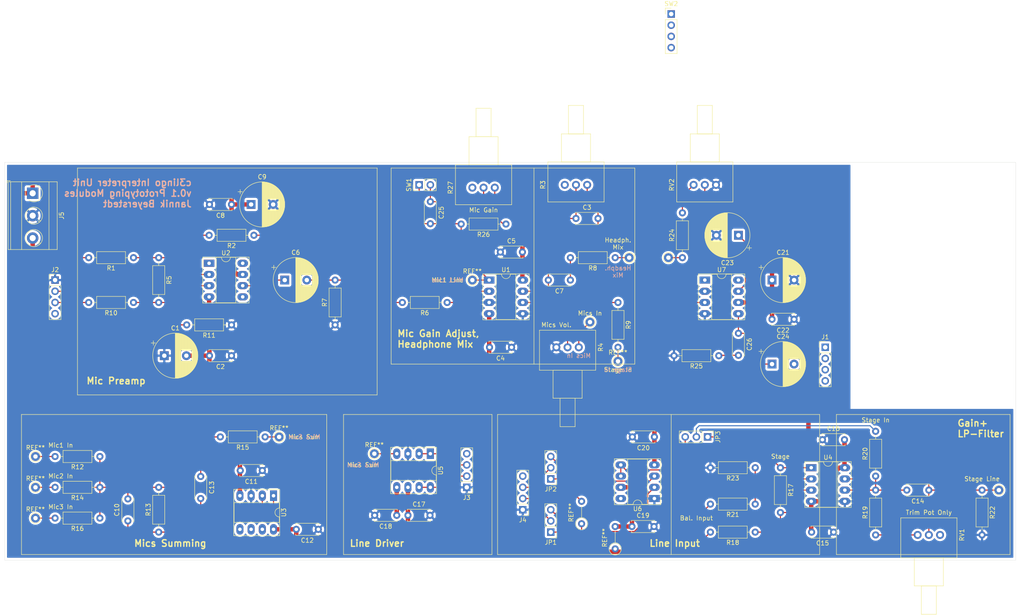
<source format=kicad_pcb>
(kicad_pcb (version 20171130) (host pcbnew "(5.1.7-0-10_14)")
  (layers (0 F.Cu signal) (31 B.Cu signal) (34 B.Paste user) (35 F.Paste user) (36 B.SilkS user) (37 F.SilkS user) (38 B.Mask user) (39 F.Mask user) (44 Edge.Cuts user))
  (net 0 "")
  (net 1 GNDREF)
  (net 2 -15V)
  (net 3 "Net-(C3-Pad2)")
  (net 4 "Net-(C3-Pad1)")
  (net 5 +15V)
  (net 6 "Net-(C6-Pad2)")
  (net 7 "Net-(C6-Pad1)")
  (net 8 "Net-(C7-Pad1)")
  (net 9 "Net-(C10-Pad2)")
  (net 10 "Net-(C10-Pad1)")
  (net 11 "Net-(C13-Pad1)")
  (net 12 Stage)
  (net 13 "Net-(C14-Pad2)")
  (net 14 Mic1)
  (net 15 "Net-(J2-Pad3)")
  (net 16 "Net-(J2-Pad2)")
  (net 17 "Net-(J3-Pad2)")
  (net 18 "Net-(J3-Pad3)")
  (net 19 "Net-(J4-Pad3)")
  (net 20 "Net-(J4-Pad2)")
  (net 21 "Net-(JP1-Pad3)")
  (net 22 "Net-(JP1-Pad1)")
  (net 23 "Net-(JP2-Pad1)")
  (net 24 "Net-(JP2-Pad3)")
  (net 25 "Net-(JP3-Pad1)")
  (net 26 "Net-(JP3-Pad2)")
  (net 27 "Net-(JP3-Pad3)")
  (net 28 "Net-(R1-Pad1)")
  (net 29 MicSum)
  (net 30 "Net-(R10-Pad1)")
  (net 31 "Net-(R17-Pad2)")
  (net 32 "Net-(R19-Pad1)")
  (net 33 "Net-(R21-Pad1)")
  (net 34 "Net-(R26-Pad1)")
  (net 35 Head1)
  (net 36 "Net-(C23-Pad1)")
  (net 37 "Net-(C24-Pad1)")
  (net 38 "Net-(C25-Pad2)")
  (net 39 "Net-(C26-Pad2)")
  (net 40 "Net-(R24-Pad2)")
  (net 41 "Net-(RV2-Pad2)")
  (module Connector_PinHeader_2.54mm:PinHeader_1x04_P2.54mm_Vertical (layer F.Cu) (at 170.18 -20.32)
    (fp_text reference SW2 (at 0 -2.33) (layer F.SilkS))
    (fp_text value OnAir_1)
    (pad 4 thru_hole oval (at 0 7.62) (size 1.7 1.7) (drill 1) (layers *.Cu *.Mask))
    (pad 3 thru_hole oval (at 0 5.08) (size 1.7 1.7) (drill 1) (layers *.Cu *.Mask))
    (pad 2 thru_hole oval (at 0 2.54) (size 1.7 1.7) (drill 1) (layers *.Cu *.Mask))
    (pad 1 thru_hole rect (at 0 0) (size 1.7 1.7) (drill 1) (layers *.Cu *.Mask))
  )
  (module Package_DIP:DIP-8_W7.62mm_Socket_LongPads (layer F.Cu) (at 177.8 40.005)
    (fp_text reference U7 (at 3.81 -2.33) (layer F.SilkS))
    (fp_text value LM386N-4)
    (pad 8 thru_hole oval (at 7.62 0) (size 2.4 1.6) (drill 0.8) (layers *.Cu *.Mask))
    (pad 4 thru_hole oval (at 0 7.62) (size 2.4 1.6) (drill 0.8) (layers *.Cu *.Mask) (net 1 GNDREF))
    (pad 7 thru_hole oval (at 7.62 2.54) (size 2.4 1.6) (drill 0.8) (layers *.Cu *.Mask) (net 36 "Net-(C23-Pad1)"))
    (pad 3 thru_hole oval (at 0 5.08) (size 2.4 1.6) (drill 0.8) (layers *.Cu *.Mask) (net 41 "Net-(RV2-Pad2)"))
    (pad 6 thru_hole oval (at 7.62 5.08) (size 2.4 1.6) (drill 0.8) (layers *.Cu *.Mask) (net 5 +15V))
    (pad 2 thru_hole oval (at 0 2.54) (size 2.4 1.6) (drill 0.8) (layers *.Cu *.Mask) (net 1 GNDREF))
    (pad 5 thru_hole oval (at 7.62 7.62) (size 2.4 1.6) (drill 0.8) (layers *.Cu *.Mask) (net 37 "Net-(C24-Pad1)"))
    (pad 1 thru_hole rect (at 0 0) (size 2.4 1.6) (drill 0.8) (layers *.Cu *.Mask))
  )
  (module Potentiometer_THT:Potentiometer_Vishay_148-149_Single_Horizontal (layer F.Cu) (at 180.34 18.415 90)
    (fp_text reference RV2 (at 0 -10.04 90) (layer F.SilkS))
    (fp_text value 25K)
    (pad 1 thru_hole circle (at 0 0 90) (size 1.8 1.8) (drill 1) (layers *.Cu *.Mask) (net 1 GNDREF))
    (pad 2 thru_hole circle (at 0 -2.54 90) (size 1.8 1.8) (drill 1) (layers *.Cu *.Mask) (net 41 "Net-(RV2-Pad2)"))
    (pad 3 thru_hole circle (at 0 -5.08 90) (size 1.8 1.8) (drill 1) (layers *.Cu *.Mask) (net 40 "Net-(R24-Pad2)"))
  )
  (module Resistor_THT:R_Axial_DIN0207_L6.3mm_D2.5mm_P10.16mm_Horizontal (layer F.Cu) (at 180.975 57.15 180)
    (fp_text reference R25 (at 5.08 -2.37) (layer F.SilkS))
    (fp_text value 12R)
    (pad 2 thru_hole oval (at 10.16 0 180) (size 1.6 1.6) (drill 0.8) (layers *.Cu *.Mask) (net 1 GNDREF))
    (pad 1 thru_hole circle (at 0 0 180) (size 1.6 1.6) (drill 0.8) (layers *.Cu *.Mask) (net 39 "Net-(C26-Pad2)"))
  )
  (module Resistor_THT:R_Axial_DIN0207_L6.3mm_D2.5mm_P10.16mm_Horizontal (layer F.Cu) (at 172.72 34.925 90)
    (fp_text reference R24 (at 5.08 -2.37 90) (layer F.SilkS))
    (fp_text value R)
    (pad 2 thru_hole oval (at 10.16 0 90) (size 1.6 1.6) (drill 0.8) (layers *.Cu *.Mask) (net 40 "Net-(R24-Pad2)"))
    (pad 1 thru_hole circle (at 0 0 90) (size 1.6 1.6) (drill 0.8) (layers *.Cu *.Mask) (net 35 Head1))
  )
  (module Capacitor_THT:C_Disc_D5.0mm_W2.5mm_P5.00mm (layer F.Cu) (at 185.42 52.07 270)
    (fp_text reference C26 (at 2.5 -2.5 90) (layer F.SilkS))
    (fp_text value 47nF)
    (pad 2 thru_hole circle (at 5 0 270) (size 1.6 1.6) (drill 0.8) (layers *.Cu *.Mask) (net 39 "Net-(C26-Pad2)"))
    (pad 1 thru_hole circle (at 0 0 270) (size 1.6 1.6) (drill 0.8) (layers *.Cu *.Mask) (net 37 "Net-(C24-Pad1)"))
  )
  (module Capacitor_THT:CP_Radial_D10.0mm_P5.00mm (layer F.Cu) (at 193.04 59.055)
    (fp_text reference C24 (at 2.5 -6.25) (layer F.SilkS))
    (fp_text value 220uF)
    (pad 2 thru_hole circle (at 5 0) (size 2 2) (drill 1) (layers *.Cu *.Mask))
    (pad 1 thru_hole rect (at 0 0) (size 2 2) (drill 1) (layers *.Cu *.Mask) (net 37 "Net-(C24-Pad1)"))
  )
  (module Capacitor_THT:CP_Radial_D10.0mm_P5.00mm (layer F.Cu) (at 185.42 29.845 180)
    (fp_text reference C23 (at 2.5 -6.25) (layer F.SilkS))
    (fp_text value 100uF)
    (pad 2 thru_hole circle (at 5 0 180) (size 2 2) (drill 1) (layers *.Cu *.Mask) (net 1 GNDREF))
    (pad 1 thru_hole rect (at 0 0 180) (size 2 2) (drill 1) (layers *.Cu *.Mask) (net 36 "Net-(C23-Pad1)"))
  )
  (module Capacitor_THT:C_Disc_D5.0mm_W2.5mm_P5.00mm (layer F.Cu) (at 198.04 48.895 180)
    (fp_text reference C22 (at 2.5 -2.5) (layer F.SilkS))
    (fp_text value 100nF)
    (pad 2 thru_hole circle (at 5 0 180) (size 1.6 1.6) (drill 0.8) (layers *.Cu *.Mask) (net 5 +15V))
    (pad 1 thru_hole circle (at 0 0 180) (size 1.6 1.6) (drill 0.8) (layers *.Cu *.Mask) (net 1 GNDREF))
  )
  (module Capacitor_THT:CP_Radial_D10.0mm_P5.00mm (layer F.Cu) (at 193.04 40.005)
    (fp_text reference C21 (at 2.5 -6.25) (layer F.SilkS))
    (fp_text value 100uF)
    (pad 2 thru_hole circle (at 5 0) (size 2 2) (drill 1) (layers *.Cu *.Mask) (net 1 GNDREF))
    (pad 1 thru_hole rect (at 0 0) (size 2 2) (drill 1) (layers *.Cu *.Mask) (net 5 +15V))
  )
  (module TestPoint:TestPoint_THTPad_D2.0mm_Drill1.0mm (layer F.Cu) (at 169.545 34.925)
    (fp_text reference REF** hide)
    (fp_text value TestPoint_THTPad_D2.0mm_Drill1.0mm hide)
    (pad 1 thru_hole circle (at 0 0) (size 2 2) (drill 1) (layers *.Cu *.Mask) (net 35 Head1))
  )
  (module Resistor_THT:R_Axial_DIN0207_L6.3mm_D2.5mm_P5.08mm_Vertical (layer F.Cu) (at 149.86 95.25 90)
    (fp_text reference REF** (at 2.54 -2.37 90) (layer F.SilkS))
    (fp_text value R_Axial_DIN0207_L6.3mm_D2.5mm_P5.08mm_Vertical hide)
    (pad 1 thru_hole circle (at 0 0 90) (size 1.6 1.6) (drill 0.8) (layers *.Cu *.Mask) (net 23 "Net-(JP2-Pad1)"))
    (pad 2 thru_hole oval (at 5.08 0 90) (size 1.6 1.6) (drill 0.8) (layers *.Cu *.Mask) (net 23 "Net-(JP2-Pad1)"))
  )
  (module Resistor_THT:R_Axial_DIN0207_L6.3mm_D2.5mm_P5.08mm_Vertical (layer F.Cu) (at 157.48 100.965 90)
    (fp_text reference REF** (at 2.54 -2.37 90) (layer F.SilkS))
    (fp_text value R_Axial_DIN0207_L6.3mm_D2.5mm_P5.08mm_Vertical hide)
    (pad 2 thru_hole oval (at 5.08 0 90) (size 1.6 1.6) (drill 0.8) (layers *.Cu *.Mask) (net 5 +15V))
    (pad 1 thru_hole circle (at 0 0 90) (size 1.6 1.6) (drill 0.8) (layers *.Cu *.Mask) (net 5 +15V))
  )
  (module TestPoint:TestPoint_THTPad_D2.0mm_Drill1.0mm (layer F.Cu) (at 102.87 79.375)
    (fp_text reference REF** (at 0 -1.998) (layer F.SilkS))
    (fp_text value "")
    (pad 1 thru_hole circle (at 0 0) (size 2 2) (drill 1) (layers *.Cu *.Mask) (net 29 MicSum))
  )
  (module TestPoint:TestPoint_THTPad_D2.0mm_Drill1.0mm (layer F.Cu) (at 81.28 75.565)
    (fp_text reference REF** (at 0 -1.998) (layer F.SilkS))
    (fp_text value "")
    (pad 1 thru_hole circle (at 0 0) (size 2 2) (drill 1) (layers *.Cu *.Mask) (net 29 MicSum))
  )
  (module TestPoint:TestPoint_THTPad_D2.0mm_Drill1.0mm (layer F.Cu) (at 160.655 34.925)
    (fp_text reference "" (at 0 -1.998) (layer F.SilkS))
    (fp_text value "")
    (pad 1 thru_hole circle (at 0 0) (size 2 2) (drill 1) (layers *.Cu *.Mask) (net 35 Head1))
  )
  (module TestPoint:TestPoint_THTPad_D2.0mm_Drill1.0mm (layer F.Cu) (at 151.765 49.53)
    (fp_text reference "Mics In" (at 0 -1.998) (layer F.SilkS))
    (fp_text value "")
    (pad 1 thru_hole circle (at 0 0) (size 2 2) (drill 1) (layers *.Cu *.Mask) (net 29 MicSum))
  )
  (module TestPoint:TestPoint_THTPad_D2.0mm_Drill1.0mm (layer F.Cu) (at 125.095 40.005)
    (fp_text reference REF** (at 0 -1.998) (layer F.SilkS))
    (fp_text value TestPoint_THTPad_D2.0mm_Drill1.0mm)
    (pad 1 thru_hole circle (at 0 0) (size 2 2) (drill 1) (layers *.Cu *.Mask) (net 14 Mic1))
  )
  (module TestPoint:TestPoint_THTPad_D2.0mm_Drill1.0mm (layer F.Cu) (at 158.115 58.42)
    (fp_text reference REF** (at 0 -1.998) (layer F.SilkS))
    (fp_text value "")
    (pad 1 thru_hole circle (at 0 0) (size 2 2) (drill 1) (layers *.Cu *.Mask) (net 12 Stage))
  )
  (module TestPoint:TestPoint_THTPad_D2.0mm_Drill1.0mm (layer F.Cu) (at 244.475 87.63)
    (fp_text reference REF** hide)
    (fp_text value TestPoint_THTPad_D2.0mm_Drill1.0mm hide)
    (pad 1 thru_hole circle (at 0 0) (size 2 2) (drill 1) (layers *.Cu *.Mask) (net 12 Stage))
  )
  (module TestPoint:TestPoint_THTPad_D2.0mm_Drill1.0mm (layer F.Cu) (at 26.035 93.98)
    (fp_text reference REF** (at 0 -1.998) (layer F.SilkS))
    (fp_text value "")
    (pad 1 thru_hole circle (at 0 0) (size 2 2) (drill 1) (layers *.Cu *.Mask))
  )
  (module TestPoint:TestPoint_THTPad_D2.0mm_Drill1.0mm (layer F.Cu) (at 26.035 80.01)
    (fp_text reference REF** (at 0 -1.998) (layer F.SilkS))
    (fp_text value "")
    (pad 1 thru_hole circle (at 0 0) (size 2 2) (drill 1) (layers *.Cu *.Mask) (net 14 Mic1))
  )
  (module TestPoint:TestPoint_THTPad_D2.0mm_Drill1.0mm (layer F.Cu) (at 26.035 86.995)
    (fp_text reference REF** (at 0 -1.998) (layer F.SilkS))
    (fp_text value "")
    (pad 1 thru_hole circle (at 0 0) (size 2 2) (drill 1) (layers *.Cu *.Mask))
  )
  (module Package_DIP:DIP-8_W7.62mm_Socket_LongPads (layer F.Cu) (at 80.01 88.9 270)
    (fp_text reference U3 (at 3.81 -2.33 90) (layer F.SilkS))
    (fp_text value LM833N)
    (pad 1 thru_hole rect (at 0 0 270) (size 2.4 1.6) (drill 0.8) (layers *.Cu *.Mask) (net 10 "Net-(C10-Pad1)"))
    (pad 5 thru_hole oval (at 7.62 7.62 270) (size 2.4 1.6) (drill 0.8) (layers *.Cu *.Mask))
    (pad 2 thru_hole oval (at 0 2.54 270) (size 2.4 1.6) (drill 0.8) (layers *.Cu *.Mask) (net 9 "Net-(C10-Pad2)"))
    (pad 6 thru_hole oval (at 7.62 5.08 270) (size 2.4 1.6) (drill 0.8) (layers *.Cu *.Mask))
    (pad 3 thru_hole oval (at 0 5.08 270) (size 2.4 1.6) (drill 0.8) (layers *.Cu *.Mask) (net 1 GNDREF))
    (pad 7 thru_hole oval (at 7.62 2.54 270) (size 2.4 1.6) (drill 0.8) (layers *.Cu *.Mask))
    (pad 4 thru_hole oval (at 0 7.62 270) (size 2.4 1.6) (drill 0.8) (layers *.Cu *.Mask) (net 2 -15V))
    (pad 8 thru_hole oval (at 7.62 0 270) (size 2.4 1.6) (drill 0.8) (layers *.Cu *.Mask) (net 5 +15V))
  )
  (module Capacitor_THT:CP_Radial_D10.0mm_P5.00mm (layer F.Cu) (at 55.245 57.15)
    (fp_text reference C1 (at 2.5 -6.25) (layer F.SilkS))
    (fp_text value 100uF)
    (pad 1 thru_hole rect (at 0 0) (size 2 2) (drill 1) (layers *.Cu *.Mask) (net 1 GNDREF))
    (pad 2 thru_hole circle (at 5 0) (size 2 2) (drill 1) (layers *.Cu *.Mask) (net 2 -15V))
  )
  (module Capacitor_THT:C_Disc_D5.0mm_W2.5mm_P5.00mm (layer F.Cu) (at 70.485 57.15 180)
    (fp_text reference C2 (at 2.5 -2.5) (layer F.SilkS))
    (fp_text value 100nF)
    (pad 2 thru_hole circle (at 5 0 180) (size 1.6 1.6) (drill 0.8) (layers *.Cu *.Mask) (net 2 -15V))
    (pad 1 thru_hole circle (at 0 0 180) (size 1.6 1.6) (drill 0.8) (layers *.Cu *.Mask) (net 1 GNDREF))
  )
  (module Capacitor_THT:C_Disc_D5.0mm_W2.5mm_P5.00mm (layer F.Cu) (at 148.59 26.035)
    (fp_text reference C3 (at 2.5 -2.5) (layer F.SilkS))
    (fp_text value 22pF)
    (pad 2 thru_hole circle (at 5 0) (size 1.6 1.6) (drill 0.8) (layers *.Cu *.Mask) (net 3 "Net-(C3-Pad2)"))
    (pad 1 thru_hole circle (at 0 0) (size 1.6 1.6) (drill 0.8) (layers *.Cu *.Mask) (net 4 "Net-(C3-Pad1)"))
  )
  (module Capacitor_THT:C_Disc_D5.0mm_W2.5mm_P5.00mm (layer F.Cu) (at 133.985 55.245 180)
    (fp_text reference C4 (at 2.5 -2.5) (layer F.SilkS))
    (fp_text value 100nF)
    (pad 2 thru_hole circle (at 5 0 180) (size 1.6 1.6) (drill 0.8) (layers *.Cu *.Mask) (net 2 -15V))
    (pad 1 thru_hole circle (at 0 0 180) (size 1.6 1.6) (drill 0.8) (layers *.Cu *.Mask) (net 1 GNDREF))
  )
  (module Capacitor_THT:C_Disc_D5.0mm_W2.5mm_P5.00mm (layer F.Cu) (at 131.445 33.655)
    (fp_text reference C5 (at 2.5 -2.5) (layer F.SilkS))
    (fp_text value 100nF)
    (pad 1 thru_hole circle (at 0 0) (size 1.6 1.6) (drill 0.8) (layers *.Cu *.Mask) (net 1 GNDREF))
    (pad 2 thru_hole circle (at 5 0) (size 1.6 1.6) (drill 0.8) (layers *.Cu *.Mask) (net 5 +15V))
  )
  (module Capacitor_THT:CP_Radial_D10.0mm_P5.00mm (layer F.Cu) (at 82.55 40.005)
    (fp_text reference C6 (at 2.5 -6.25) (layer F.SilkS))
    (fp_text value 10uF)
    (pad 2 thru_hole circle (at 5 0) (size 2 2) (drill 1) (layers *.Cu *.Mask) (net 6 "Net-(C6-Pad2)"))
    (pad 1 thru_hole rect (at 0 0) (size 2 2) (drill 1) (layers *.Cu *.Mask) (net 7 "Net-(C6-Pad1)"))
  )
  (module Capacitor_THT:C_Disc_D5.0mm_W2.5mm_P5.00mm (layer F.Cu) (at 147.32 40.005 180)
    (fp_text reference C7 (at 2.5 -2.5) (layer F.SilkS))
    (fp_text value 10nF)
    (pad 1 thru_hole circle (at 0 0 180) (size 1.6 1.6) (drill 0.8) (layers *.Cu *.Mask) (net 8 "Net-(C7-Pad1)"))
    (pad 2 thru_hole circle (at 5 0 180) (size 1.6 1.6) (drill 0.8) (layers *.Cu *.Mask) (net 4 "Net-(C3-Pad1)"))
  )
  (module Capacitor_THT:C_Disc_D5.0mm_W2.5mm_P5.00mm (layer F.Cu) (at 70.485 22.86 180)
    (fp_text reference C8 (at 2.5 -2.5) (layer F.SilkS))
    (fp_text value 100nF)
    (pad 1 thru_hole circle (at 0 0 180) (size 1.6 1.6) (drill 0.8) (layers *.Cu *.Mask) (net 5 +15V))
    (pad 2 thru_hole circle (at 5 0 180) (size 1.6 1.6) (drill 0.8) (layers *.Cu *.Mask) (net 1 GNDREF))
  )
  (module Capacitor_THT:CP_Radial_D10.0mm_P5.00mm (layer F.Cu) (at 74.93 22.86)
    (fp_text reference C9 (at 2.5 -6.25) (layer F.SilkS))
    (fp_text value 100uF)
    (pad 2 thru_hole circle (at 5 0) (size 2 2) (drill 1) (layers *.Cu *.Mask) (net 1 GNDREF))
    (pad 1 thru_hole rect (at 0 0) (size 2 2) (drill 1) (layers *.Cu *.Mask) (net 5 +15V))
  )
  (module Capacitor_THT:C_Disc_D5.0mm_W2.5mm_P5.00mm (layer F.Cu) (at 46.99 94.615 90)
    (fp_text reference C10 (at 2.5 -2.5 90) (layer F.SilkS))
    (fp_text value 22pF)
    (pad 2 thru_hole circle (at 5 0 90) (size 1.6 1.6) (drill 0.8) (layers *.Cu *.Mask) (net 9 "Net-(C10-Pad2)"))
    (pad 1 thru_hole circle (at 0 0 90) (size 1.6 1.6) (drill 0.8) (layers *.Cu *.Mask) (net 10 "Net-(C10-Pad1)"))
  )
  (module Capacitor_THT:C_Disc_D5.0mm_W2.5mm_P5.00mm (layer F.Cu) (at 77.47 83.185 180)
    (fp_text reference C11 (at 2.5 -2.5) (layer F.SilkS))
    (fp_text value 100nF)
    (pad 2 thru_hole circle (at 5 0 180) (size 1.6 1.6) (drill 0.8) (layers *.Cu *.Mask) (net 2 -15V))
    (pad 1 thru_hole circle (at 0 0 180) (size 1.6 1.6) (drill 0.8) (layers *.Cu *.Mask) (net 1 GNDREF))
  )
  (module Capacitor_THT:C_Disc_D5.0mm_W2.5mm_P5.00mm (layer F.Cu) (at 90.17 96.52 180)
    (fp_text reference C12 (at 2.5 -2.5) (layer F.SilkS))
    (fp_text value 100nF)
    (pad 2 thru_hole circle (at 5 0 180) (size 1.6 1.6) (drill 0.8) (layers *.Cu *.Mask) (net 5 +15V))
    (pad 1 thru_hole circle (at 0 0 180) (size 1.6 1.6) (drill 0.8) (layers *.Cu *.Mask) (net 1 GNDREF))
  )
  (module Capacitor_THT:C_Disc_D5.0mm_W2.5mm_P5.00mm (layer F.Cu) (at 63.5 84.535 270)
    (fp_text reference C13 (at 2.5 -2.5 90) (layer F.SilkS))
    (fp_text value 4.7pF)
    (pad 1 thru_hole circle (at 0 0 270) (size 1.6 1.6) (drill 0.8) (layers *.Cu *.Mask) (net 11 "Net-(C13-Pad1)"))
    (pad 2 thru_hole circle (at 5 0 270) (size 1.6 1.6) (drill 0.8) (layers *.Cu *.Mask) (net 10 "Net-(C10-Pad1)"))
  )
  (module Capacitor_THT:C_Disc_D5.0mm_W2.5mm_P5.00mm (layer F.Cu) (at 228.6 87.63 180)
    (fp_text reference C14 (at 2.5 -2.5) (layer F.SilkS))
    (fp_text value 47pF)
    (pad 1 thru_hole circle (at 0 0 180) (size 1.6 1.6) (drill 0.8) (layers *.Cu *.Mask) (net 12 Stage))
    (pad 2 thru_hole circle (at 5 0 180) (size 1.6 1.6) (drill 0.8) (layers *.Cu *.Mask) (net 13 "Net-(C14-Pad2)"))
  )
  (module Capacitor_THT:C_Disc_D5.0mm_W2.5mm_P5.00mm (layer F.Cu) (at 207.01 97.155 180)
    (fp_text reference C15 (at 2.5 -2.5) (layer F.SilkS))
    (fp_text value 100nF)
    (pad 2 thru_hole circle (at 5 0 180) (size 1.6 1.6) (drill 0.8) (layers *.Cu *.Mask) (net 2 -15V))
    (pad 1 thru_hole circle (at 0 0 180) (size 1.6 1.6) (drill 0.8) (layers *.Cu *.Mask) (net 1 GNDREF))
  )
  (module Capacitor_THT:C_Disc_D5.0mm_W2.5mm_P5.00mm (layer F.Cu) (at 204.47 76.2)
    (fp_text reference C16 (at 2.5 -2.5) (layer F.SilkS))
    (fp_text value 100nF)
    (pad 1 thru_hole circle (at 0 0) (size 1.6 1.6) (drill 0.8) (layers *.Cu *.Mask) (net 1 GNDREF))
    (pad 2 thru_hole circle (at 5 0) (size 1.6 1.6) (drill 0.8) (layers *.Cu *.Mask) (net 5 +15V))
  )
  (module Capacitor_THT:C_Disc_D5.0mm_W2.5mm_P5.00mm (layer F.Cu) (at 110.49 93.345)
    (fp_text reference C17 (at 2.5 -2.5) (layer F.SilkS))
    (fp_text value 1uF)
    (pad 1 thru_hole circle (at 0 0) (size 1.6 1.6) (drill 0.8) (layers *.Cu *.Mask) (net 5 +15V))
    (pad 2 thru_hole circle (at 5 0) (size 1.6 1.6) (drill 0.8) (layers *.Cu *.Mask) (net 1 GNDREF))
  )
  (module Capacitor_THT:C_Disc_D5.0mm_W2.5mm_P5.00mm (layer F.Cu) (at 107.95 93.345 180)
    (fp_text reference C18 (at 2.5 -2.5) (layer F.SilkS))
    (fp_text value 1uF)
    (pad 2 thru_hole circle (at 5 0 180) (size 1.6 1.6) (drill 0.8) (layers *.Cu *.Mask) (net 1 GNDREF))
    (pad 1 thru_hole circle (at 0 0 180) (size 1.6 1.6) (drill 0.8) (layers *.Cu *.Mask) (net 2 -15V))
  )
  (module Capacitor_THT:C_Disc_D5.0mm_W2.5mm_P5.00mm (layer F.Cu) (at 161.29 95.885)
    (fp_text reference C19 (at 2.5 -2.5) (layer F.SilkS))
    (fp_text value 1uF)
    (pad 2 thru_hole circle (at 5 0) (size 1.6 1.6) (drill 0.8) (layers *.Cu *.Mask) (net 1 GNDREF))
    (pad 1 thru_hole circle (at 0 0) (size 1.6 1.6) (drill 0.8) (layers *.Cu *.Mask) (net 5 +15V))
  )
  (module Capacitor_THT:C_Disc_D5.0mm_W2.5mm_P5.00mm (layer F.Cu) (at 166.37 75.565 180)
    (fp_text reference C20 (at 2.5 -2.5) (layer F.SilkS))
    (fp_text value 1uF)
    (pad 1 thru_hole circle (at 0 0 180) (size 1.6 1.6) (drill 0.8) (layers *.Cu *.Mask) (net 2 -15V))
    (pad 2 thru_hole circle (at 5 0 180) (size 1.6 1.6) (drill 0.8) (layers *.Cu *.Mask) (net 1 GNDREF))
  )
  (module Capacitor_THT:C_Disc_D5.0mm_W2.5mm_P5.00mm (layer F.Cu) (at 115.57 22.225 270)
    (fp_text reference C25 (at 2.5 -2.5 90) (layer F.SilkS))
    (fp_text value 0.1uF)
    (pad 1 thru_hole circle (at 0 0 270) (size 1.6 1.6) (drill 0.8) (layers *.Cu *.Mask) (net 14 Mic1))
    (pad 2 thru_hole circle (at 5 0 270) (size 1.6 1.6) (drill 0.8) (layers *.Cu *.Mask) (net 38 "Net-(C25-Pad2)"))
  )
  (module TerminalBlock_MetzConnect:TerminalBlock_MetzConnect_Type073_RT02603HBLU_1x03_P5.08mm_Horizontal (layer F.Cu) (at 25.4 20.32 270)
    (fp_text reference J5 (at 5.08 -6.56 90) (layer F.SilkS))
    (fp_text value PowerSupply)
    (pad 1 thru_hole rect (at 0 0 270) (size 2.6 2.6) (drill 1.4) (layers *.Cu *.Mask) (net 5 +15V))
    (pad 2 thru_hole circle (at 5.08 0 270) (size 2.6 2.6) (drill 1.4) (layers *.Cu *.Mask) (net 1 GNDREF))
    (pad 3 thru_hole circle (at 10.16 0 270) (size 2.6 2.6) (drill 1.4) (layers *.Cu *.Mask) (net 2 -15V))
  )
  (module Connector_PinHeader_2.54mm:PinHeader_1x03_P2.54mm_Vertical (layer F.Cu) (at 142.875 97.155 180)
    (fp_text reference JP1 (at 0 -2.33) (layer F.SilkS))
    (fp_text value "Stage Hot")
    (pad 3 thru_hole oval (at 0 5.08 180) (size 1.7 1.7) (drill 1) (layers *.Cu *.Mask) (net 21 "Net-(JP1-Pad3)"))
    (pad 2 thru_hole oval (at 0 2.54 180) (size 1.7 1.7) (drill 1) (layers *.Cu *.Mask) (net 20 "Net-(J4-Pad2)"))
    (pad 1 thru_hole rect (at 0 0 180) (size 1.7 1.7) (drill 1) (layers *.Cu *.Mask) (net 22 "Net-(JP1-Pad1)"))
  )
  (module Connector_PinHeader_2.54mm:PinHeader_1x03_P2.54mm_Vertical (layer F.Cu) (at 142.875 85.09 180)
    (fp_text reference JP2 (at 0 -2.33) (layer F.SilkS))
    (fp_text value "Stage Cold")
    (pad 1 thru_hole rect (at 0 0 180) (size 1.7 1.7) (drill 1) (layers *.Cu *.Mask) (net 23 "Net-(JP2-Pad1)"))
    (pad 2 thru_hole oval (at 0 2.54 180) (size 1.7 1.7) (drill 1) (layers *.Cu *.Mask) (net 19 "Net-(J4-Pad3)"))
    (pad 3 thru_hole oval (at 0 5.08 180) (size 1.7 1.7) (drill 1) (layers *.Cu *.Mask) (net 24 "Net-(JP2-Pad3)"))
  )
  (module Connector_PinHeader_2.54mm:PinHeader_1x03_P2.54mm_Vertical (layer F.Cu) (at 178.435 75.565 270)
    (fp_text reference JP3 (at 0 -2.33 90) (layer F.SilkS))
    (fp_text value "Stage Out")
    (pad 1 thru_hole rect (at 0 0 270) (size 1.7 1.7) (drill 1) (layers *.Cu *.Mask) (net 25 "Net-(JP3-Pad1)"))
    (pad 2 thru_hole oval (at 0 2.54 270) (size 1.7 1.7) (drill 1) (layers *.Cu *.Mask) (net 26 "Net-(JP3-Pad2)"))
    (pad 3 thru_hole oval (at 0 5.08 270) (size 1.7 1.7) (drill 1) (layers *.Cu *.Mask) (net 27 "Net-(JP3-Pad3)"))
  )
  (module Resistor_THT:R_Axial_DIN0207_L6.3mm_D2.5mm_P10.16mm_Horizontal (layer F.Cu) (at 48.26 34.925 180)
    (fp_text reference R1 (at 5.08 -2.37) (layer F.SilkS))
    (fp_text value "1K 1%")
    (pad 2 thru_hole oval (at 10.16 0 180) (size 1.6 1.6) (drill 0.8) (layers *.Cu *.Mask) (net 16 "Net-(J2-Pad2)"))
    (pad 1 thru_hole circle (at 0 0 180) (size 1.6 1.6) (drill 0.8) (layers *.Cu *.Mask) (net 28 "Net-(R1-Pad1)"))
  )
  (module Resistor_THT:R_Axial_DIN0207_L6.3mm_D2.5mm_P10.16mm_Horizontal (layer F.Cu) (at 75.565 29.845 180)
    (fp_text reference R2 (at 5.08 -2.37) (layer F.SilkS))
    (fp_text value "330K 1%")
    (pad 2 thru_hole oval (at 10.16 0 180) (size 1.6 1.6) (drill 0.8) (layers *.Cu *.Mask) (net 28 "Net-(R1-Pad1)"))
    (pad 1 thru_hole circle (at 0 0 180) (size 1.6 1.6) (drill 0.8) (layers *.Cu *.Mask) (net 7 "Net-(C6-Pad1)"))
  )
  (module Potentiometer_THT:Potentiometer_Vishay_148-149_Single_Horizontal (layer F.Cu) (at 151.13 18.415 90)
    (fp_text reference R3 (at 0 -10.04 90) (layer F.SilkS))
    (fp_text value 22K)
    (pad 1 thru_hole circle (at 0 0 90) (size 1.8 1.8) (drill 1) (layers *.Cu *.Mask) (net 3 "Net-(C3-Pad2)"))
    (pad 2 thru_hole circle (at 0 -2.54 90) (size 1.8 1.8) (drill 1) (layers *.Cu *.Mask) (net 4 "Net-(C3-Pad1)"))
    (pad 3 thru_hole circle (at 0 -5.08 90) (size 1.8 1.8) (drill 1) (layers *.Cu *.Mask))
  )
  (module Potentiometer_THT:Potentiometer_Vishay_148-149_Single_Horizontal (layer F.Cu) (at 144.145 55.245 270)
    (fp_text reference R4 (at 0 -10.04 90) (layer F.SilkS))
    (fp_text value 22K)
    (pad 3 thru_hole circle (at 0 -5.08 270) (size 1.8 1.8) (drill 1) (layers *.Cu *.Mask) (net 29 MicSum))
    (pad 2 thru_hole circle (at 0 -2.54 270) (size 1.8 1.8) (drill 1) (layers *.Cu *.Mask) (net 3 "Net-(C3-Pad2)"))
    (pad 1 thru_hole circle (at 0 0 270) (size 1.8 1.8) (drill 1) (layers *.Cu *.Mask) (net 1 GNDREF))
  )
  (module Resistor_THT:R_Axial_DIN0207_L6.3mm_D2.5mm_P10.16mm_Horizontal (layer F.Cu) (at 53.975 34.925 270)
    (fp_text reference R5 (at 5.08 -2.37 90) (layer F.SilkS))
    (fp_text value "27K 1%")
    (pad 1 thru_hole circle (at 0 0 270) (size 1.6 1.6) (drill 0.8) (layers *.Cu *.Mask) (net 28 "Net-(R1-Pad1)"))
    (pad 2 thru_hole oval (at 10.16 0 270) (size 1.6 1.6) (drill 0.8) (layers *.Cu *.Mask) (net 30 "Net-(R10-Pad1)"))
  )
  (module Resistor_THT:R_Axial_DIN0207_L6.3mm_D2.5mm_P10.16mm_Horizontal (layer F.Cu) (at 119.38 45.085 180)
    (fp_text reference R6 (at 5.08 -2.37) (layer F.SilkS))
    (fp_text value 820R)
    (pad 1 thru_hole circle (at 0 0 180) (size 1.6 1.6) (drill 0.8) (layers *.Cu *.Mask) (net 38 "Net-(C25-Pad2)"))
    (pad 2 thru_hole oval (at 10.16 0 180) (size 1.6 1.6) (drill 0.8) (layers *.Cu *.Mask) (net 6 "Net-(C6-Pad2)"))
  )
  (module Resistor_THT:R_Axial_DIN0207_L6.3mm_D2.5mm_P10.16mm_Horizontal (layer F.Cu) (at 93.98 50.165 90)
    (fp_text reference R7 (at 5.08 -2.37 90) (layer F.SilkS))
    (fp_text value 5.6K)
    (pad 1 thru_hole circle (at 0 0 90) (size 1.6 1.6) (drill 0.8) (layers *.Cu *.Mask) (net 1 GNDREF))
    (pad 2 thru_hole oval (at 10.16 0 90) (size 1.6 1.6) (drill 0.8) (layers *.Cu *.Mask) (net 6 "Net-(C6-Pad2)"))
  )
  (module Resistor_THT:R_Axial_DIN0207_L6.3mm_D2.5mm_P10.16mm_Horizontal (layer F.Cu) (at 157.48 34.925 180)
    (fp_text reference R8 (at 5.08 -2.37) (layer F.SilkS))
    (fp_text value 47R)
    (pad 2 thru_hole oval (at 10.16 0 180) (size 1.6 1.6) (drill 0.8) (layers *.Cu *.Mask) (net 8 "Net-(C7-Pad1)"))
    (pad 1 thru_hole circle (at 0 0 180) (size 1.6 1.6) (drill 0.8) (layers *.Cu *.Mask) (net 35 Head1))
  )
  (module Resistor_THT:R_Axial_DIN0207_L6.3mm_D2.5mm_P10.16mm_Horizontal (layer F.Cu) (at 158.115 45.085 270)
    (fp_text reference R9 (at 5.08 -2.37 90) (layer F.SilkS))
    (fp_text value 22K)
    (pad 2 thru_hole oval (at 10.16 0 270) (size 1.6 1.6) (drill 0.8) (layers *.Cu *.Mask) (net 12 Stage))
    (pad 1 thru_hole circle (at 0 0 270) (size 1.6 1.6) (drill 0.8) (layers *.Cu *.Mask) (net 3 "Net-(C3-Pad2)"))
  )
  (module Resistor_THT:R_Axial_DIN0207_L6.3mm_D2.5mm_P10.16mm_Horizontal (layer F.Cu) (at 48.26 45.085 180)
    (fp_text reference R10 (at 5.08 -2.37) (layer F.SilkS))
    (fp_text value "1K 1%")
    (pad 2 thru_hole oval (at 10.16 0 180) (size 1.6 1.6) (drill 0.8) (layers *.Cu *.Mask) (net 15 "Net-(J2-Pad3)"))
    (pad 1 thru_hole circle (at 0 0 180) (size 1.6 1.6) (drill 0.8) (layers *.Cu *.Mask) (net 30 "Net-(R10-Pad1)"))
  )
  (module Resistor_THT:R_Axial_DIN0207_L6.3mm_D2.5mm_P10.16mm_Horizontal (layer F.Cu) (at 70.485 50.165 180)
    (fp_text reference R11 (at 5.08 -2.37) (layer F.SilkS))
    (fp_text value "330K 1%")
    (pad 2 thru_hole oval (at 10.16 0 180) (size 1.6 1.6) (drill 0.8) (layers *.Cu *.Mask) (net 30 "Net-(R10-Pad1)"))
    (pad 1 thru_hole circle (at 0 0 180) (size 1.6 1.6) (drill 0.8) (layers *.Cu *.Mask) (net 1 GNDREF))
  )
  (module Resistor_THT:R_Axial_DIN0207_L6.3mm_D2.5mm_P10.16mm_Horizontal (layer F.Cu) (at 40.64 80.01 180)
    (fp_text reference R12 (at 5.08 -2.37) (layer F.SilkS))
    (fp_text value 22K)
    (pad 2 thru_hole oval (at 10.16 0 180) (size 1.6 1.6) (drill 0.8) (layers *.Cu *.Mask) (net 14 Mic1))
    (pad 1 thru_hole circle (at 0 0 180) (size 1.6 1.6) (drill 0.8) (layers *.Cu *.Mask) (net 9 "Net-(C10-Pad2)"))
  )
  (module Resistor_THT:R_Axial_DIN0207_L6.3mm_D2.5mm_P10.16mm_Horizontal (layer F.Cu) (at 53.975 97.155 90)
    (fp_text reference R13 (at 5.08 -2.37 90) (layer F.SilkS))
    (fp_text value 22K)
    (pad 1 thru_hole circle (at 0 0 90) (size 1.6 1.6) (drill 0.8) (layers *.Cu *.Mask) (net 10 "Net-(C10-Pad1)"))
    (pad 2 thru_hole oval (at 10.16 0 90) (size 1.6 1.6) (drill 0.8) (layers *.Cu *.Mask) (net 9 "Net-(C10-Pad2)"))
  )
  (module Resistor_THT:R_Axial_DIN0207_L6.3mm_D2.5mm_P10.16mm_Horizontal (layer F.Cu) (at 40.64 86.995 180)
    (fp_text reference R14 (at 5.08 -2.37) (layer F.SilkS))
    (fp_text value 22K)
    (pad 2 thru_hole oval (at 10.16 0 180) (size 1.6 1.6) (drill 0.8) (layers *.Cu *.Mask))
    (pad 1 thru_hole circle (at 0 0 180) (size 1.6 1.6) (drill 0.8) (layers *.Cu *.Mask) (net 9 "Net-(C10-Pad2)"))
  )
  (module Resistor_THT:R_Axial_DIN0207_L6.3mm_D2.5mm_P10.16mm_Horizontal (layer F.Cu) (at 78.105 75.565 180)
    (fp_text reference R15 (at 5.08 -2.37) (layer F.SilkS))
    (fp_text value 47R)
    (pad 2 thru_hole oval (at 10.16 0 180) (size 1.6 1.6) (drill 0.8) (layers *.Cu *.Mask) (net 11 "Net-(C13-Pad1)"))
    (pad 1 thru_hole circle (at 0 0 180) (size 1.6 1.6) (drill 0.8) (layers *.Cu *.Mask) (net 29 MicSum))
  )
  (module Resistor_THT:R_Axial_DIN0207_L6.3mm_D2.5mm_P10.16mm_Horizontal (layer F.Cu) (at 40.64 93.98 180)
    (fp_text reference R16 (at 5.08 -2.37) (layer F.SilkS))
    (fp_text value 22K)
    (pad 2 thru_hole oval (at 10.16 0 180) (size 1.6 1.6) (drill 0.8) (layers *.Cu *.Mask))
    (pad 1 thru_hole circle (at 0 0 180) (size 1.6 1.6) (drill 0.8) (layers *.Cu *.Mask) (net 9 "Net-(C10-Pad2)"))
  )
  (module Resistor_THT:R_Axial_DIN0207_L6.3mm_D2.5mm_P10.16mm_Horizontal (layer F.Cu) (at 194.945 82.55 270)
    (fp_text reference R17 (at 5.08 -2.37 90) (layer F.SilkS))
    (fp_text value R)
    (pad 2 thru_hole oval (at 10.16 0 270) (size 1.6 1.6) (drill 0.8) (layers *.Cu *.Mask) (net 31 "Net-(R17-Pad2)"))
    (pad 1 thru_hole circle (at 0 0 270) (size 1.6 1.6) (drill 0.8) (layers *.Cu *.Mask) (net 25 "Net-(JP3-Pad1)"))
  )
  (module Resistor_THT:R_Axial_DIN0207_L6.3mm_D2.5mm_P10.16mm_Horizontal (layer F.Cu) (at 189.23 97.155 180)
    (fp_text reference R18 (at 5.08 -2.37) (layer F.SilkS))
    (fp_text value R)
    (pad 2 thru_hole oval (at 10.16 0 180) (size 1.6 1.6) (drill 0.8) (layers *.Cu *.Mask) (net 22 "Net-(JP1-Pad1)"))
    (pad 1 thru_hole circle (at 0 0 180) (size 1.6 1.6) (drill 0.8) (layers *.Cu *.Mask) (net 31 "Net-(R17-Pad2)"))
  )
  (module Resistor_THT:R_Axial_DIN0207_L6.3mm_D2.5mm_P10.16mm_Horizontal (layer F.Cu) (at 216.535 97.79 90)
    (fp_text reference R19 (at 5.08 -2.37 90) (layer F.SilkS))
    (fp_text value 22K)
    (pad 2 thru_hole oval (at 10.16 0 90) (size 1.6 1.6) (drill 0.8) (layers *.Cu *.Mask) (net 13 "Net-(C14-Pad2)"))
    (pad 1 thru_hole circle (at 0 0 90) (size 1.6 1.6) (drill 0.8) (layers *.Cu *.Mask) (net 32 "Net-(R19-Pad1)"))
  )
  (module Resistor_THT:R_Axial_DIN0207_L6.3mm_D2.5mm_P10.16mm_Horizontal (layer F.Cu) (at 216.535 84.455 90)
    (fp_text reference R20 (at 5.08 -2.37 90) (layer F.SilkS))
    (fp_text value 47K)
    (pad 1 thru_hole circle (at 0 0 90) (size 1.6 1.6) (drill 0.8) (layers *.Cu *.Mask) (net 13 "Net-(C14-Pad2)"))
    (pad 2 thru_hole oval (at 10.16 0 90) (size 1.6 1.6) (drill 0.8) (layers *.Cu *.Mask) (net 26 "Net-(JP3-Pad2)"))
  )
  (module Resistor_THT:R_Axial_DIN0207_L6.3mm_D2.5mm_P10.16mm_Horizontal (layer F.Cu) (at 189.23 90.805 180)
    (fp_text reference R21 (at 5.08 -2.37) (layer F.SilkS))
    (fp_text value R)
    (pad 1 thru_hole circle (at 0 0 180) (size 1.6 1.6) (drill 0.8) (layers *.Cu *.Mask) (net 33 "Net-(R21-Pad1)"))
    (pad 2 thru_hole oval (at 10.16 0 180) (size 1.6 1.6) (drill 0.8) (layers *.Cu *.Mask) (net 23 "Net-(JP2-Pad1)"))
  )
  (module Resistor_THT:R_Axial_DIN0207_L6.3mm_D2.5mm_P10.16mm_Horizontal (layer F.Cu) (at 240.665 87.63 270)
    (fp_text reference R22 (at 5.08 -2.37 90) (layer F.SilkS))
    (fp_text value 22K)
    (pad 2 thru_hole oval (at 10.16 0 270) (size 1.6 1.6) (drill 0.8) (layers *.Cu *.Mask) (net 1 GNDREF))
    (pad 1 thru_hole circle (at 0 0 270) (size 1.6 1.6) (drill 0.8) (layers *.Cu *.Mask) (net 12 Stage))
  )
  (module Resistor_THT:R_Axial_DIN0207_L6.3mm_D2.5mm_P10.16mm_Horizontal (layer F.Cu) (at 189.23 82.55 180)
    (fp_text reference R23 (at 5.08 -2.37) (layer F.SilkS))
    (fp_text value R)
    (pad 1 thru_hole circle (at 0 0 180) (size 1.6 1.6) (drill 0.8) (layers *.Cu *.Mask) (net 33 "Net-(R21-Pad1)"))
    (pad 2 thru_hole oval (at 10.16 0 180) (size 1.6 1.6) (drill 0.8) (layers *.Cu *.Mask) (net 1 GNDREF))
  )
  (module Resistor_THT:R_Axial_DIN0207_L6.3mm_D2.5mm_P10.16mm_Horizontal (layer F.Cu) (at 132.715 27.305 180)
    (fp_text reference R26 (at 5.08 -2.37) (layer F.SilkS))
    (fp_text value 220R)
    (pad 1 thru_hole circle (at 0 0 180) (size 1.6 1.6) (drill 0.8) (layers *.Cu *.Mask) (net 34 "Net-(R26-Pad1)"))
    (pad 2 thru_hole oval (at 10.16 0 180) (size 1.6 1.6) (drill 0.8) (layers *.Cu *.Mask) (net 38 "Net-(C25-Pad2)"))
  )
  (module Potentiometer_THT:Potentiometer_Vishay_148-149_Single_Horizontal (layer F.Cu) (at 130.175 19.05 90)
    (fp_text reference R27 (at 0 -10.04 90) (layer F.SilkS))
    (fp_text value 25K)
    (pad 1 thru_hole circle (at 0 0 90) (size 1.8 1.8) (drill 1) (layers *.Cu *.Mask) (net 34 "Net-(R26-Pad1)"))
    (pad 2 thru_hole circle (at 0 -2.54 90) (size 1.8 1.8) (drill 1) (layers *.Cu *.Mask) (net 14 Mic1))
    (pad 3 thru_hole circle (at 0 -5.08 90) (size 1.8 1.8) (drill 1) (layers *.Cu *.Mask))
  )
  (module Potentiometer_THT:Potentiometer_Vishay_148-149_Single_Horizontal (layer F.Cu) (at 226.06 97.79 270)
    (fp_text reference RV1 (at 0 -10.04 90) (layer F.SilkS))
    (fp_text value 100K)
    (pad 3 thru_hole circle (at 0 -5.08 270) (size 1.8 1.8) (drill 1) (layers *.Cu *.Mask))
    (pad 2 thru_hole circle (at 0 -2.54 270) (size 1.8 1.8) (drill 1) (layers *.Cu *.Mask) (net 12 Stage))
    (pad 1 thru_hole circle (at 0 0 270) (size 1.8 1.8) (drill 1) (layers *.Cu *.Mask) (net 32 "Net-(R19-Pad1)"))
  )
  (module Connector_PinHeader_2.54mm:PinHeader_1x02_P2.54mm_Vertical (layer F.Cu) (at 113.03 18.415 90)
    (fp_text reference SW1 (at 0 -2.33 90) (layer F.SilkS))
    (fp_text value Mute_1)
    (pad 1 thru_hole rect (at 0 0 90) (size 1.7 1.7) (drill 1) (layers *.Cu *.Mask) (net 38 "Net-(C25-Pad2)"))
    (pad 2 thru_hole oval (at 0 2.54 90) (size 1.7 1.7) (drill 1) (layers *.Cu *.Mask) (net 14 Mic1))
  )
  (module Package_DIP:DIP-8_W7.62mm_Socket_LongPads (layer F.Cu) (at 128.905 40.005)
    (fp_text reference U1 (at 3.81 -2.33) (layer F.SilkS))
    (fp_text value LM833N)
    (pad 8 thru_hole oval (at 7.62 0) (size 2.4 1.6) (drill 0.8) (layers *.Cu *.Mask) (net 5 +15V))
    (pad 4 thru_hole oval (at 0 7.62) (size 2.4 1.6) (drill 0.8) (layers *.Cu *.Mask) (net 2 -15V))
    (pad 7 thru_hole oval (at 7.62 2.54) (size 2.4 1.6) (drill 0.8) (layers *.Cu *.Mask) (net 4 "Net-(C3-Pad1)"))
    (pad 3 thru_hole oval (at 0 5.08) (size 2.4 1.6) (drill 0.8) (layers *.Cu *.Mask) (net 1 GNDREF))
    (pad 6 thru_hole oval (at 7.62 5.08) (size 2.4 1.6) (drill 0.8) (layers *.Cu *.Mask) (net 3 "Net-(C3-Pad2)"))
    (pad 2 thru_hole oval (at 0 2.54) (size 2.4 1.6) (drill 0.8) (layers *.Cu *.Mask) (net 38 "Net-(C25-Pad2)"))
    (pad 5 thru_hole oval (at 7.62 7.62) (size 2.4 1.6) (drill 0.8) (layers *.Cu *.Mask) (net 1 GNDREF))
    (pad 1 thru_hole rect (at 0 0) (size 2.4 1.6) (drill 0.8) (layers *.Cu *.Mask) (net 14 Mic1))
  )
  (module Package_DIP:DIP-8_W7.62mm_Socket_LongPads (layer F.Cu) (at 65.405 36.195)
    (fp_text reference U2 (at 3.81 -2.33) (layer F.SilkS))
    (fp_text value NE5534)
    (pad 1 thru_hole rect (at 0 0) (size 2.4 1.6) (drill 0.8) (layers *.Cu *.Mask))
    (pad 5 thru_hole oval (at 7.62 7.62) (size 2.4 1.6) (drill 0.8) (layers *.Cu *.Mask))
    (pad 2 thru_hole oval (at 0 2.54) (size 2.4 1.6) (drill 0.8) (layers *.Cu *.Mask) (net 28 "Net-(R1-Pad1)"))
    (pad 6 thru_hole oval (at 7.62 5.08) (size 2.4 1.6) (drill 0.8) (layers *.Cu *.Mask) (net 7 "Net-(C6-Pad1)"))
    (pad 3 thru_hole oval (at 0 5.08) (size 2.4 1.6) (drill 0.8) (layers *.Cu *.Mask) (net 30 "Net-(R10-Pad1)"))
    (pad 7 thru_hole oval (at 7.62 2.54) (size 2.4 1.6) (drill 0.8) (layers *.Cu *.Mask) (net 5 +15V))
    (pad 4 thru_hole oval (at 0 7.62) (size 2.4 1.6) (drill 0.8) (layers *.Cu *.Mask) (net 2 -15V))
    (pad 8 thru_hole oval (at 7.62 0) (size 2.4 1.6) (drill 0.8) (layers *.Cu *.Mask))
  )
  (module Package_DIP:DIP-8_W7.62mm_Socket_LongPads (layer F.Cu) (at 201.93 82.55)
    (fp_text reference U4 (at 3.81 -2.33) (layer F.SilkS))
    (fp_text value LM833N)
    (pad 8 thru_hole oval (at 7.62 0) (size 2.4 1.6) (drill 0.8) (layers *.Cu *.Mask) (net 5 +15V))
    (pad 4 thru_hole oval (at 0 7.62) (size 2.4 1.6) (drill 0.8) (layers *.Cu *.Mask) (net 2 -15V))
    (pad 7 thru_hole oval (at 7.62 2.54) (size 2.4 1.6) (drill 0.8) (layers *.Cu *.Mask) (net 12 Stage))
    (pad 3 thru_hole oval (at 0 5.08) (size 2.4 1.6) (drill 0.8) (layers *.Cu *.Mask) (net 31 "Net-(R17-Pad2)"))
    (pad 6 thru_hole oval (at 7.62 5.08) (size 2.4 1.6) (drill 0.8) (layers *.Cu *.Mask) (net 13 "Net-(C14-Pad2)"))
    (pad 2 thru_hole oval (at 0 2.54) (size 2.4 1.6) (drill 0.8) (layers *.Cu *.Mask) (net 33 "Net-(R21-Pad1)"))
    (pad 5 thru_hole oval (at 7.62 7.62) (size 2.4 1.6) (drill 0.8) (layers *.Cu *.Mask) (net 1 GNDREF))
    (pad 1 thru_hole rect (at 0 0) (size 2.4 1.6) (drill 0.8) (layers *.Cu *.Mask) (net 25 "Net-(JP3-Pad1)"))
  )
  (module Package_DIP:DIP-8_W7.62mm_Socket_LongPads (layer F.Cu) (at 115.57 79.375 270)
    (fp_text reference U5 (at 3.81 -2.33 90) (layer F.SilkS))
    (fp_text value DRV134PA)
    (pad 1 thru_hole rect (at 0 0 270) (size 2.4 1.6) (drill 0.8) (layers *.Cu *.Mask) (net 18 "Net-(J3-Pad3)"))
    (pad 5 thru_hole oval (at 7.62 7.62 270) (size 2.4 1.6) (drill 0.8) (layers *.Cu *.Mask) (net 2 -15V))
    (pad 2 thru_hole oval (at 0 2.54 270) (size 2.4 1.6) (drill 0.8) (layers *.Cu *.Mask) (net 18 "Net-(J3-Pad3)"))
    (pad 6 thru_hole oval (at 7.62 5.08 270) (size 2.4 1.6) (drill 0.8) (layers *.Cu *.Mask) (net 5 +15V))
    (pad 3 thru_hole oval (at 0 5.08 270) (size 2.4 1.6) (drill 0.8) (layers *.Cu *.Mask) (net 1 GNDREF))
    (pad 7 thru_hole oval (at 7.62 2.54 270) (size 2.4 1.6) (drill 0.8) (layers *.Cu *.Mask) (net 17 "Net-(J3-Pad2)"))
    (pad 4 thru_hole oval (at 0 7.62 270) (size 2.4 1.6) (drill 0.8) (layers *.Cu *.Mask) (net 29 MicSum))
    (pad 8 thru_hole oval (at 7.62 0 270) (size 2.4 1.6) (drill 0.8) (layers *.Cu *.Mask) (net 17 "Net-(J3-Pad2)"))
  )
  (module Package_DIP:DIP-8_W7.62mm_Socket_LongPads (layer F.Cu) (at 166.37 89.535 180)
    (fp_text reference U6 (at 3.81 -2.33) (layer F.SilkS))
    (fp_text value INA134PA)
    (pad 1 thru_hole rect (at 0 0 180) (size 2.4 1.6) (drill 0.8) (layers *.Cu *.Mask) (net 1 GNDREF))
    (pad 5 thru_hole oval (at 7.62 7.62 180) (size 2.4 1.6) (drill 0.8) (layers *.Cu *.Mask) (net 27 "Net-(JP3-Pad3)"))
    (pad 2 thru_hole oval (at 0 2.54 180) (size 2.4 1.6) (drill 0.8) (layers *.Cu *.Mask) (net 21 "Net-(JP1-Pad3)"))
    (pad 6 thru_hole oval (at 7.62 5.08 180) (size 2.4 1.6) (drill 0.8) (layers *.Cu *.Mask) (net 27 "Net-(JP3-Pad3)"))
    (pad 3 thru_hole oval (at 0 5.08 180) (size 2.4 1.6) (drill 0.8) (layers *.Cu *.Mask) (net 24 "Net-(JP2-Pad3)"))
    (pad 7 thru_hole oval (at 7.62 2.54 180) (size 2.4 1.6) (drill 0.8) (layers *.Cu *.Mask) (net 5 +15V))
    (pad 4 thru_hole oval (at 0 7.62 180) (size 2.4 1.6) (drill 0.8) (layers *.Cu *.Mask) (net 2 -15V))
    (pad 8 thru_hole oval (at 7.62 0 180) (size 2.4 1.6) (drill 0.8) (layers *.Cu *.Mask))
  )
  (module Connector_PinHeader_2.54mm:PinHeader_1x04_P2.54mm_Vertical (layer F.Cu) (at 205.105 55.245)
    (fp_text reference J1 (at 0 -2.33) (layer F.SilkS))
    (fp_text value "Headphone 1")
    (pad 4 thru_hole oval (at 0 7.62) (size 1.7 1.7) (drill 1) (layers *.Cu *.Mask))
    (pad 3 thru_hole oval (at 0 5.08) (size 1.7 1.7) (drill 1) (layers *.Cu *.Mask))
    (pad 2 thru_hole oval (at 0 2.54) (size 1.7 1.7) (drill 1) (layers *.Cu *.Mask))
    (pad 1 thru_hole rect (at 0 0) (size 1.7 1.7) (drill 1) (layers *.Cu *.Mask))
  )
  (module Connector_PinHeader_2.54mm:PinHeader_1x04_P2.54mm_Vertical (layer F.Cu) (at 30.48 40.005)
    (fp_text reference J2 (at 0 -2.33) (layer F.SilkS))
    (fp_text value "Mic 1")
    (pad 1 thru_hole rect (at 0 0) (size 1.7 1.7) (drill 1) (layers *.Cu *.Mask) (net 1 GNDREF))
    (pad 2 thru_hole oval (at 0 2.54) (size 1.7 1.7) (drill 1) (layers *.Cu *.Mask) (net 16 "Net-(J2-Pad2)"))
    (pad 3 thru_hole oval (at 0 5.08) (size 1.7 1.7) (drill 1) (layers *.Cu *.Mask) (net 15 "Net-(J2-Pad3)"))
    (pad 4 thru_hole oval (at 0 7.62) (size 1.7 1.7) (drill 1) (layers *.Cu *.Mask))
  )
  (module Connector_PinHeader_2.54mm:PinHeader_1x04_P2.54mm_Vertical (layer F.Cu) (at 123.825 86.995 180)
    (fp_text reference J3 (at 0 -2.33) (layer F.SilkS))
    (fp_text value "Mix Line-Out")
    (pad 1 thru_hole rect (at 0 0 180) (size 1.7 1.7) (drill 1) (layers *.Cu *.Mask) (net 1 GNDREF))
    (pad 2 thru_hole oval (at 0 2.54 180) (size 1.7 1.7) (drill 1) (layers *.Cu *.Mask) (net 17 "Net-(J3-Pad2)"))
    (pad 3 thru_hole oval (at 0 5.08 180) (size 1.7 1.7) (drill 1) (layers *.Cu *.Mask) (net 18 "Net-(J3-Pad3)"))
    (pad 4 thru_hole oval (at 0 7.62 180) (size 1.7 1.7) (drill 1) (layers *.Cu *.Mask))
  )
  (module Connector_PinHeader_2.54mm:PinHeader_1x04_P2.54mm_Vertical (layer F.Cu) (at 136.525 92.075 180)
    (fp_text reference J4 (at 0 -2.33) (layer F.SilkS))
    (fp_text value "Stage Line-In")
    (pad 4 thru_hole oval (at 0 7.62 180) (size 1.7 1.7) (drill 1) (layers *.Cu *.Mask))
    (pad 3 thru_hole oval (at 0 5.08 180) (size 1.7 1.7) (drill 1) (layers *.Cu *.Mask) (net 19 "Net-(J4-Pad3)"))
    (pad 2 thru_hole oval (at 0 2.54 180) (size 1.7 1.7) (drill 1) (layers *.Cu *.Mask) (net 20 "Net-(J4-Pad2)"))
    (pad 1 thru_hole rect (at 0 0 180) (size 1.7 1.7) (drill 1) (layers *.Cu *.Mask) (net 1 GNDREF))
  )
  (gr_line (start 19.05 103.505) (end 19.05 13.335) (layer Edge.Cuts) (width 0.05))
  (gr_line (start 248.285 103.505) (end 19.05 103.505) (layer Edge.Cuts) (width 0.05))
  (gr_line (start 248.285 13.335) (end 248.285 103.505) (layer Edge.Cuts) (width 0.05))
  (gr_line (start 19.05 13.335) (end 248.285 13.335) (layer Edge.Cuts) (width 0.05))
  (gr_line (start 170.18 70.485) (end 170.18 102.235) (layer F.SilkS) (width 0.12))
  (gr_line (start 203.835 70.485) (end 130.81 70.485) (layer F.SilkS) (width 0.12))
  (gr_line (start 203.835 102.235) (end 203.835 70.485) (layer F.SilkS) (width 0.12))
  (gr_line (start 130.81 102.235) (end 203.835 102.235) (layer F.SilkS) (width 0.12))
  (gr_line (start 130.81 70.485) (end 130.81 102.235) (layer F.SilkS) (width 0.12))
  (gr_line (start 247.015 70.485) (end 207.645 70.485) (layer F.SilkS) (width 0.12))
  (gr_line (start 247.015 102.235) (end 247.015 70.485) (layer F.SilkS) (width 0.12))
  (gr_line (start 207.645 102.235) (end 247.015 102.235) (layer F.SilkS) (width 0.12))
  (gr_line (start 207.645 70.485) (end 207.645 102.235) (layer F.SilkS) (width 0.12))
  (gr_text "Line Driver" (at 97.155 99.695) (layer F.SilkS) (effects (font (size 1.5 1.5) (thickness 0.3)) (justify left)))
  (gr_line (start 129.54 70.485) (end 95.885 70.485) (layer F.SilkS) (width 0.12))
  (gr_line (start 129.54 102.235) (end 129.54 70.485) (layer F.SilkS) (width 0.12))
  (gr_line (start 95.885 102.235) (end 129.54 102.235) (layer F.SilkS) (width 0.12))
  (gr_line (start 95.885 70.485) (end 95.885 102.235) (layer F.SilkS) (width 0.12))
  (gr_line (start 92.075 70.485) (end 22.86 70.485) (layer F.SilkS) (width 0.12))
  (gr_line (start 92.075 102.235) (end 92.075 70.485) (layer F.SilkS) (width 0.12))
  (gr_line (start 22.86 102.235) (end 92.075 102.235) (layer F.SilkS) (width 0.12))
  (gr_line (start 22.86 70.485) (end 22.86 102.235) (layer F.SilkS) (width 0.12))
  (gr_text "Mic3 In" (at 31.75 91.44) (layer F.SilkS) (effects (font (size 1 1))))
  (gr_text "Mic2 In" (at 31.75 84.455) (layer F.SilkS) (effects (font (size 1 1))))
  (gr_text "Mic1 In" (at 31.75 77.47) (layer F.SilkS) (effects (font (size 1 1))))
  (gr_text Stage (at 194.945 80.01) (layer F.SilkS) (effects (font (size 1 1))))
  (gr_text "Bal. Input" (at 175.895 93.98) (layer F.SilkS) (effects (font (size 1 1))))
  (gr_text "Gain+\nLP-Filter" (at 234.95 73.66) (layer F.SilkS) (effects (font (size 1.5 1.5) (thickness 0.3)) (justify left)))
  (gr_text "Trim Pot Only" (at 228.6 92.71) (layer F.SilkS) (effects (font (size 1 1))))
  (gr_text "Stage In" (at 216.535 71.755) (layer F.SilkS) (effects (font (size 1 1))))
  (gr_text "Stage Line" (at 240.665 85.09) (layer F.SilkS) (effects (font (size 1 1))))
  (gr_text "Mics Sum" (at 100.33 81.915) (layer B.SilkS) (effects (font (size 1 1)) (justify mirror)))
  (gr_text "Mics Sum" (at 100.33 81.915) (layer F.SilkS) (effects (font (size 1 1))))
  (gr_text "Mics Sum" (at 86.995 75.565) (layer B.SilkS) (effects (font (size 1 1)) (justify mirror)))
  (gr_text "Mics Sum" (at 86.995 75.565) (layer F.SilkS) (effects (font (size 1 1))))
  (gr_text "Mic1 Line" (at 123.19 40.005) (layer F.SilkS) (effects (font (size 1 1)) (justify right)))
  (gr_text "Mic1 Line" (at 123.19 40.005) (layer B.SilkS) (effects (font (size 1 1)) (justify left mirror)))
  (gr_line (start 139.065 14.605) (end 139.065 59.055) (layer F.SilkS) (width 0.12))
  (gr_text "Mic Gain" (at 127.635 24.13) (layer F.SilkS) (effects (font (size 1 1))))
  (gr_text "Headph.\nMix" (at 158.115 38.1) (layer B.SilkS) (effects (font (size 1 1)) (justify mirror)))
  (gr_text "Mics In" (at 149.225 57.15) (layer B.SilkS) (effects (font (size 1 1)) (justify mirror)))
  (gr_text "Stage In" (at 158.115 60.325) (layer B.SilkS) (effects (font (size 1 1)) (justify mirror)))
  (gr_text "Headph.\nMix" (at 158.115 31.75) (layer F.SilkS) (effects (font (size 1 1))))
  (gr_text "Mics Vol." (at 144.145 50.165) (layer F.SilkS) (effects (font (size 1 1))))
  (gr_text "Stage In" (at 158.115 60.325) (layer F.SilkS) (effects (font (size 1 1))))
  (gr_line (start 161.925 59.055) (end 161.925 14.605) (layer F.SilkS) (width 0.12))
  (gr_line (start 161.925 14.605) (end 106.68 14.605) (layer F.SilkS) (width 0.12))
  (gr_line (start 106.68 59.055) (end 161.925 59.055) (layer F.SilkS) (width 0.12))
  (gr_line (start 106.68 14.605) (end 106.68 59.055) (layer F.SilkS) (width 0.12))
  (gr_line (start 103.505 14.605) (end 35.56 14.605) (layer F.SilkS) (width 0.12))
  (gr_line (start 103.505 66.04) (end 103.505 14.605) (layer F.SilkS) (width 0.12))
  (gr_line (start 35.56 66.04) (end 103.505 66.04) (layer F.SilkS) (width 0.12))
  (gr_line (start 35.56 14.605) (end 35.56 66.04) (layer F.SilkS) (width 0.12))
  (gr_text "Mic Gain Adjust,\nHeadphone Mix" (at 107.95 53.34) (layer F.SilkS) (effects (font (size 1.5 1.5) (thickness 0.3)) (justify left)))
  (gr_text "Line Input" (at 165.1 99.695) (layer F.SilkS) (effects (font (size 1.5 1.5) (thickness 0.3)) (justify left)))
  (gr_text "c3lingo Interpreter Unit\nv0.1 Prototyping Modules\nJannik Beyerstedt" (at 61.595 20.32) (layer B.SilkS) (effects (font (size 1.5 1.5) (thickness 0.3)) (justify left mirror)))
  (gr_text "Mics Summing" (at 48.26 99.695) (layer F.SilkS) (effects (font (size 1.5 1.5) (thickness 0.3)) (justify left)))
  (gr_text "Mic Preamp" (at 37.465 62.865) (layer F.SilkS) (effects (font (size 1.5 1.5) (thickness 0.3)) (justify left)))
  (segment (start 26.035 86.995) (end 30.48 86.995) (width 0.25) (layer F.Cu) (net 0))
  (segment (start 26.035 93.98) (end 30.48 93.98) (width 0.25) (layer F.Cu) (net 0))
  (segment (start 65.405 53.895) (end 65.485 53.975) (width 1) (layer F.Cu) (net 2))
  (segment (start 65.485 53.975) (end 65.485 64.77) (width 1) (layer F.Cu) (net 2))
  (segment (start 25.4 36.195) (end 25.4 30.48) (width 1) (layer F.Cu) (net 2))
  (segment (start 65.405 54.53) (end 65.485 54.61) (width 1) (layer F.Cu) (net 2))
  (segment (start 65.405 43.815) (end 65.405 54.53) (width 1) (layer F.Cu) (net 2))
  (segment (start 72.39 83.265) (end 72.47 83.185) (width 1) (layer F.Cu) (net 2))
  (segment (start 72.39 88.9) (end 72.39 83.265) (width 1) (layer F.Cu) (net 2))
  (segment (start 72.39 83.185) (end 72.39 71.2) (width 1) (layer F.Cu) (net 2))
  (segment (start 69.93 71.2) (end 69.85 71.12) (width 1) (layer F.Cu) (net 2))
  (segment (start 69.85 71.12) (end 71.12 71.12) (width 1) (layer F.Cu) (net 2))
  (segment (start 25.4 71.12) (end 69.85 71.12) (width 1) (layer F.Cu) (net 2))
  (segment (start 60.245 57.15) (end 65.485 57.15) (width 1) (layer F.Cu) (net 2))
  (segment (start 65.485 64.77) (end 25.4 64.77) (width 1) (layer F.Cu) (net 2))
  (segment (start 25.4 36.195) (end 25.4 64.77) (width 1) (layer F.Cu) (net 2))
  (segment (start 128.905 55.165) (end 128.985 55.245) (width 1) (layer F.Cu) (net 2))
  (segment (start 128.905 47.625) (end 128.905 55.165) (width 1) (layer F.Cu) (net 2))
  (segment (start 65.485 64.77) (end 128.905 64.77) (width 1) (layer F.Cu) (net 2))
  (segment (start 128.905 55.325) (end 128.985 55.245) (width 1) (layer F.Cu) (net 2))
  (segment (start 128.905 64.77) (end 128.905 55.325) (width 1) (layer F.Cu) (net 2))
  (segment (start 25.4 64.77) (end 25.4 71.12) (width 1) (layer F.Cu) (net 2))
  (segment (start 201.93 97.075) (end 202.01 97.155) (width 1) (layer F.Cu) (net 2))
  (segment (start 201.93 90.17) (end 201.93 97.075) (width 1) (layer F.Cu) (net 2))
  (segment (start 166.37 81.915) (end 166.37 76.835) (width 1) (layer F.Cu) (net 2))
  (segment (start 166.37 76.835) (end 166.37 75.565) (width 1) (layer F.Cu) (net 2))
  (segment (start 107.95 90.805) (end 99.695 90.805) (width 1) (layer F.Cu) (net 2))
  (segment (start 107.95 86.995) (end 107.95 90.805) (width 1) (layer F.Cu) (net 2))
  (segment (start 107.95 90.805) (end 107.95 93.345) (width 1) (layer F.Cu) (net 2))
  (segment (start 99.695 90.805) (end 99.695 71.12) (width 1) (layer F.Cu) (net 2))
  (segment (start 71.12 71.12) (end 99.695 71.12) (width 1) (layer F.Cu) (net 2))
  (segment (start 133.985 71.12) (end 99.695 71.12) (width 1) (layer F.Cu) (net 2))
  (segment (start 201.93 90.17) (end 203.835 90.17) (width 1) (layer F.Cu) (net 2))
  (segment (start 203.835 90.17) (end 204.47 89.535) (width 1) (layer F.Cu) (net 2))
  (segment (start 204.47 81.28) (end 201.295 78.105) (width 1) (layer F.Cu) (net 2))
  (segment (start 201.295 78.105) (end 201.295 71.12) (width 1) (layer F.Cu) (net 2))
  (segment (start 204.47 89.535) (end 204.47 81.28) (width 1) (layer F.Cu) (net 2))
  (segment (start 166.37 75.565) (end 166.37 71.12) (width 1) (layer F.Cu) (net 2))
  (segment (start 166.37 71.12) (end 133.985 71.12) (width 1) (layer F.Cu) (net 2))
  (segment (start 166.37 71.12) (end 201.295 71.12) (width 1) (layer F.Cu) (net 2))
  (segment (start 146.685 55.245) (end 146.685 45.085) (width 0.25) (layer F.Cu) (net 3))
  (segment (start 146.685 45.085) (end 136.525 45.085) (width 0.25) (layer F.Cu) (net 3))
  (segment (start 146.685 45.085) (end 158.115 45.085) (width 0.25) (layer F.Cu) (net 3))
  (segment (start 151.13 18.415) (end 151.13 21.59) (width 0.25) (layer F.Cu) (net 3))
  (segment (start 153.59 24.05) (end 153.59 26.035) (width 0.25) (layer F.Cu) (net 3))
  (segment (start 151.13 21.59) (end 153.59 24.05) (width 0.25) (layer F.Cu) (net 3))
  (segment (start 153.59 26.035) (end 153.59 45.005) (width 0.25) (layer F.Cu) (net 3))
  (segment (start 148.59 18.415) (end 148.59 26.035) (width 0.25) (layer F.Cu) (net 4))
  (segment (start 142.32 40.005) (end 142.32 41.83) (width 0.25) (layer F.Cu) (net 4))
  (segment (start 141.605 42.545) (end 136.525 42.545) (width 0.25) (layer F.Cu) (net 4))
  (segment (start 142.32 41.83) (end 141.605 42.545) (width 0.25) (layer F.Cu) (net 4))
  (segment (start 142.32 40.005) (end 142.32 26.59) (width 0.25) (layer F.Cu) (net 4))
  (segment (start 142.875 26.035) (end 148.59 26.035) (width 0.25) (layer F.Cu) (net 4))
  (segment (start 142.32 26.59) (end 142.875 26.035) (width 0.25) (layer F.Cu) (net 4))
  (segment (start 25.4 20.32) (end 25.4 15.875) (width 1) (layer F.Cu) (net 5))
  (segment (start 90.805 15.875) (end 135.89 15.875) (width 1) (layer F.Cu) (net 5))
  (segment (start 80.01 96.52) (end 85.17 96.52) (width 1) (layer F.Cu) (net 5))
  (segment (start 22.86 20.32) (end 20.955 22.225) (width 1) (layer F.Cu) (net 5))
  (segment (start 25.4 20.32) (end 22.86 20.32) (width 1) (layer F.Cu) (net 5))
  (segment (start 20.955 101.6) (end 82.55 101.6) (width 1) (layer F.Cu) (net 5))
  (segment (start 70.485 22.86) (end 74.93 22.86) (width 1) (layer F.Cu) (net 5))
  (segment (start 70.485 22.86) (end 70.485 15.875) (width 1) (layer F.Cu) (net 5))
  (segment (start 70.485 15.875) (end 90.805 15.875) (width 1) (layer F.Cu) (net 5))
  (segment (start 25.4 15.875) (end 70.485 15.875) (width 1) (layer F.Cu) (net 5))
  (segment (start 71.755 38.735) (end 73.025 38.735) (width 1) (layer F.Cu) (net 5))
  (segment (start 70.485 37.465) (end 71.755 38.735) (width 1) (layer F.Cu) (net 5))
  (segment (start 70.485 22.86) (end 70.485 37.465) (width 1) (layer F.Cu) (net 5))
  (segment (start 136.445 39.925) (end 136.525 40.005) (width 1) (layer F.Cu) (net 5))
  (segment (start 136.445 33.655) (end 136.445 39.925) (width 1) (layer F.Cu) (net 5))
  (segment (start 136.445 16.43) (end 135.89 15.875) (width 1) (layer F.Cu) (net 5))
  (segment (start 136.445 33.655) (end 136.445 16.43) (width 1) (layer F.Cu) (net 5))
  (segment (start 82.63 101.52) (end 82.55 101.6) (width 1) (layer F.Cu) (net 5))
  (segment (start 85.17 96.52) (end 85.17 101.52) (width 1) (layer F.Cu) (net 5))
  (segment (start 20.955 22.225) (end 20.955 101.6) (width 1) (layer F.Cu) (net 5))
  (segment (start 110.49 86.995) (end 110.49 93.345) (width 1) (layer F.Cu) (net 5))
  (segment (start 209.47 82.47) (end 209.55 82.55) (width 1) (layer F.Cu) (net 5))
  (segment (start 209.47 76.2) (end 209.47 82.47) (width 1) (layer F.Cu) (net 5))
  (segment (start 161.29 95.885) (end 161.29 87.63) (width 1) (layer F.Cu) (net 5))
  (segment (start 160.655 86.995) (end 158.75 86.995) (width 1) (layer F.Cu) (net 5))
  (segment (start 161.29 87.63) (end 160.655 86.995) (width 1) (layer F.Cu) (net 5))
  (segment (start 110.49 93.345) (end 110.49 101.6) (width 1) (layer F.Cu) (net 5))
  (segment (start 82.55 101.6) (end 110.49 101.6) (width 1) (layer F.Cu) (net 5))
  (segment (start 207.01 83.82) (end 208.28 82.55) (width 1) (layer F.Cu) (net 5))
  (segment (start 207.01 91.44) (end 207.01 83.82) (width 1) (layer F.Cu) (net 5))
  (segment (start 208.28 82.55) (end 209.55 82.55) (width 1) (layer F.Cu) (net 5))
  (segment (start 209.55 93.98) (end 207.01 91.44) (width 1) (layer F.Cu) (net 5))
  (segment (start 209.55 101.6) (end 209.55 93.98) (width 1) (layer F.Cu) (net 5))
  (segment (start 157.48 95.885) (end 161.29 95.885) (width 1) (layer F.Cu) (net 5))
  (segment (start 157.48 100.965) (end 157.48 101.6) (width 1) (layer F.Cu) (net 5))
  (segment (start 209.55 101.6) (end 156.845 101.6) (width 1) (layer F.Cu) (net 5))
  (segment (start 156.845 101.6) (end 157.48 101.6) (width 1) (layer F.Cu) (net 5))
  (segment (start 110.49 101.6) (end 156.845 101.6) (width 1) (layer F.Cu) (net 5))
  (segment (start 135.89 15.875) (end 170.815 15.875) (width 1) (layer F.Cu) (net 5))
  (segment (start 185.42 45.085) (end 193.04 45.085) (width 1) (layer F.Cu) (net 5))
  (segment (start 193.04 45.085) (end 193.04 40.005) (width 1) (layer F.Cu) (net 5))
  (segment (start 193.04 45.085) (end 193.04 48.895) (width 1) (layer F.Cu) (net 5))
  (segment (start 193.04 40.005) (end 193.04 15.875) (width 1) (layer F.Cu) (net 5))
  (segment (start 170.815 15.875) (end 193.04 15.875) (width 1) (layer F.Cu) (net 5))
  (segment (start 87.55 40.005) (end 93.98 40.005) (width 0.25) (layer F.Cu) (net 6))
  (segment (start 105.41 45.085) (end 105.41 40.005) (width 0.25) (layer F.Cu) (net 6))
  (segment (start 109.22 45.085) (end 107.315 45.085) (width 0.25) (layer F.Cu) (net 6))
  (segment (start 105.41 45.085) (end 107.315 45.085) (width 0.25) (layer F.Cu) (net 6))
  (segment (start 93.98 40.005) (end 105.41 40.005) (width 0.25) (layer F.Cu) (net 6))
  (segment (start 77.47 41.275) (end 73.025 41.275) (width 0.25) (layer F.Cu) (net 7))
  (segment (start 78.105 40.64) (end 77.47 41.275) (width 0.25) (layer F.Cu) (net 7))
  (segment (start 77.47 29.845) (end 78.105 30.48) (width 0.25) (layer F.Cu) (net 7))
  (segment (start 75.565 29.845) (end 77.47 29.845) (width 0.25) (layer F.Cu) (net 7))
  (segment (start 78.105 40.005) (end 82.55 40.005) (width 0.25) (layer F.Cu) (net 7))
  (segment (start 78.105 30.48) (end 78.105 40.005) (width 0.25) (layer F.Cu) (net 7))
  (segment (start 78.105 40.005) (end 78.105 40.64) (width 0.25) (layer F.Cu) (net 7))
  (segment (start 147.32 34.925) (end 147.32 40.005) (width 0.25) (layer F.Cu) (net 8))
  (segment (start 40.64 80.01) (end 40.64 86.995) (width 0.25) (layer F.Cu) (net 9))
  (segment (start 40.64 86.995) (end 40.64 93.98) (width 0.25) (layer F.Cu) (net 9))
  (segment (start 46.99 86.995) (end 53.975 86.995) (width 0.25) (layer F.Cu) (net 9))
  (segment (start 46.99 86.995) (end 46.99 89.615) (width 0.25) (layer F.Cu) (net 9))
  (segment (start 38.1 86.995) (end 46.99 86.995) (width 0.25) (layer F.Cu) (net 9))
  (segment (start 77.47 91.44) (end 77.47 88.9) (width 0.25) (layer F.Cu) (net 9))
  (segment (start 68.58 91.44) (end 77.47 91.44) (width 0.25) (layer F.Cu) (net 9))
  (segment (start 68.58 86.995) (end 68.58 91.44) (width 0.25) (layer F.Cu) (net 9))
  (segment (start 53.975 86.995) (end 68.58 86.995) (width 0.25) (layer F.Cu) (net 9))
  (segment (start 46.99 94.615) (end 46.99 97.155) (width 0.25) (layer F.Cu) (net 10))
  (segment (start 46.99 97.155) (end 53.975 97.155) (width 0.25) (layer F.Cu) (net 10))
  (segment (start 63.5 93.98) (end 63.5 97.155) (width 0.25) (layer F.Cu) (net 10))
  (segment (start 63.5 97.155) (end 53.975 97.155) (width 0.25) (layer F.Cu) (net 10))
  (segment (start 80.01 88.9) (end 80.01 92.71) (width 0.25) (layer F.Cu) (net 10))
  (segment (start 80.01 92.71) (end 63.5 92.71) (width 0.25) (layer F.Cu) (net 10))
  (segment (start 63.5 92.71) (end 63.5 89.535) (width 0.25) (layer F.Cu) (net 10))
  (segment (start 63.5 93.98) (end 63.5 92.71) (width 0.25) (layer F.Cu) (net 10))
  (segment (start 63.5 84.535) (end 63.5 76.2) (width 0.25) (layer F.Cu) (net 11))
  (segment (start 64.135 75.565) (end 67.945 75.565) (width 0.25) (layer F.Cu) (net 11))
  (segment (start 63.5 76.2) (end 64.135 75.565) (width 0.25) (layer F.Cu) (net 11))
  (segment (start 228.6 97.79) (end 228.6 87.63) (width 0.25) (layer F.Cu) (net 12))
  (segment (start 228.6 87.63) (end 240.665 87.63) (width 0.25) (layer F.Cu) (net 12))
  (segment (start 216.535 81.28) (end 225.425 81.28) (width 0.25) (layer F.Cu) (net 12))
  (segment (start 228.6 84.455) (end 228.6 87.63) (width 0.25) (layer F.Cu) (net 12))
  (segment (start 225.425 81.28) (end 228.6 84.455) (width 0.25) (layer F.Cu) (net 12))
  (segment (start 212.725 85.09) (end 216.535 81.28) (width 0.25) (layer F.Cu) (net 12))
  (segment (start 209.55 85.09) (end 212.725 85.09) (width 0.25) (layer F.Cu) (net 12))
  (segment (start 158.115 55.245) (end 158.115 58.42) (width 0.25) (layer F.Cu) (net 12))
  (segment (start 240.665 87.63) (end 244.475 87.63) (width 0.25) (layer F.Cu) (net 12))
  (segment (start 209.55 87.63) (end 216.535 87.63) (width 0.25) (layer F.Cu) (net 13))
  (segment (start 216.535 87.63) (end 223.6 87.63) (width 0.25) (layer F.Cu) (net 13))
  (segment (start 216.535 84.455) (end 216.535 87.63) (width 0.25) (layer F.Cu) (net 13))
  (segment (start 127.635 38.735) (end 128.905 40.005) (width 0.25) (layer F.Cu) (net 14))
  (segment (start 127.635 19.05) (end 127.635 38.735) (width 0.25) (layer F.Cu) (net 14))
  (segment (start 115.57 22.225) (end 115.57 18.415) (width 0.25) (layer F.Cu) (net 14))
  (segment (start 127.635 22.225) (end 127.635 22.86) (width 0.25) (layer F.Cu) (net 14))
  (segment (start 115.57 22.225) (end 127.635 22.225) (width 0.25) (layer F.Cu) (net 14))
  (segment (start 127.635 19.05) (end 127.635 22.225) (width 0.25) (layer F.Cu) (net 14))
  (segment (start 26.035 80.01) (end 30.48 80.01) (width 0.25) (layer F.Cu) (net 14))
  (segment (start 125.095 40.005) (end 128.905 40.005) (width 0.25) (layer F.Cu) (net 14))
  (segment (start 30.48 45.085) (end 38.1 45.085) (width 0.25) (layer F.Cu) (net 15))
  (segment (start 34.29 42.545) (end 30.48 42.545) (width 0.25) (layer F.Cu) (net 16))
  (segment (start 34.925 35.56) (end 34.925 41.91) (width 0.25) (layer F.Cu) (net 16))
  (segment (start 34.925 41.91) (end 34.29 42.545) (width 0.25) (layer F.Cu) (net 16))
  (segment (start 35.56 34.925) (end 34.925 35.56) (width 0.25) (layer F.Cu) (net 16))
  (segment (start 38.1 34.925) (end 35.56 34.925) (width 0.25) (layer F.Cu) (net 16))
  (segment (start 123.825 84.455) (end 121.285 84.455) (width 0.25) (layer F.Cu) (net 17))
  (segment (start 121.285 84.455) (end 118.745 86.995) (width 0.25) (layer F.Cu) (net 17))
  (segment (start 118.745 86.995) (end 115.57 86.995) (width 0.25) (layer F.Cu) (net 17))
  (segment (start 113.03 86.995) (end 115.57 86.995) (width 0.25) (layer F.Cu) (net 17))
  (segment (start 113.03 79.375) (end 115.57 79.375) (width 0.25) (layer F.Cu) (net 18))
  (segment (start 115.57 79.375) (end 118.745 79.375) (width 0.25) (layer F.Cu) (net 18))
  (segment (start 121.285 81.915) (end 123.825 81.915) (width 0.25) (layer F.Cu) (net 18))
  (segment (start 118.745 79.375) (end 121.285 81.915) (width 0.25) (layer F.Cu) (net 18))
  (segment (start 138.43 86.995) (end 142.875 82.55) (width 0.25) (layer F.Cu) (net 19))
  (segment (start 136.525 86.995) (end 138.43 86.995) (width 0.25) (layer F.Cu) (net 19))
  (segment (start 137.795 89.535) (end 142.875 94.615) (width 0.25) (layer F.Cu) (net 20))
  (segment (start 136.525 89.535) (end 137.795 89.535) (width 0.25) (layer F.Cu) (net 20))
  (segment (start 164.844999 88.520001) (end 166.37 86.995) (width 0.25) (layer F.Cu) (net 21))
  (segment (start 164.844999 93.995003) (end 164.844999 88.520001) (width 0.25) (layer F.Cu) (net 21))
  (segment (start 161.830001 97.010001) (end 164.844999 93.995003) (width 0.25) (layer F.Cu) (net 21))
  (segment (start 156.270003 97.010001) (end 161.830001 97.010001) (width 0.25) (layer F.Cu) (net 21))
  (segment (start 152.185001 92.924999) (end 156.270003 97.010001) (width 0.25) (layer F.Cu) (net 21))
  (segment (start 143.724999 92.924999) (end 152.185001 92.924999) (width 0.25) (layer F.Cu) (net 21))
  (segment (start 142.875 92.075) (end 143.724999 92.924999) (width 0.25) (layer F.Cu) (net 21))
  (segment (start 142.875 97.155) (end 145.415 97.155) (width 0.25) (layer F.Cu) (net 22))
  (segment (start 145.415 97.155) (end 147.32 99.06) (width 0.25) (layer F.Cu) (net 22))
  (segment (start 177.165 99.06) (end 179.07 97.155) (width 0.25) (layer F.Cu) (net 22))
  (segment (start 177.165 99.06) (end 147.32 99.06) (width 0.25) (layer F.Cu) (net 22))
  (segment (start 149.86 95.25) (end 149.86 97.97499) (width 0.25) (layer F.Cu) (net 23))
  (segment (start 142.875 85.09) (end 144.145 85.09) (width 0.25) (layer F.Cu) (net 23))
  (segment (start 171.45 98.425) (end 179.07 90.805) (width 0.25) (layer F.Cu) (net 23))
  (segment (start 149.86 97.97499) (end 149.86 98.425) (width 0.25) (layer F.Cu) (net 23))
  (segment (start 144.78 85.09) (end 144.145 85.09) (width 0.25) (layer F.Cu) (net 23))
  (segment (start 149.86 90.17) (end 144.78 85.09) (width 0.25) (layer F.Cu) (net 23))
  (segment (start 149.86 98.425) (end 171.45 98.425) (width 0.25) (layer F.Cu) (net 23))
  (segment (start 165.24499 85.58001) (end 166.37 84.455) (width 0.25) (layer F.Cu) (net 24))
  (segment (start 148.44501 85.58001) (end 165.24499 85.58001) (width 0.25) (layer F.Cu) (net 24))
  (segment (start 142.875 80.01) (end 148.44501 85.58001) (width 0.25) (layer F.Cu) (net 24))
  (segment (start 194.945 82.55) (end 201.93 82.55) (width 0.25) (layer F.Cu) (net 25))
  (segment (start 187.96 75.565) (end 194.945 82.55) (width 0.25) (layer F.Cu) (net 25))
  (segment (start 178.435 75.565) (end 187.96 75.565) (width 0.25) (layer F.Cu) (net 25))
  (segment (start 175.895 75.565) (end 175.895 73.66) (width 0.25) (layer B.Cu) (net 26))
  (segment (start 175.895 73.66) (end 176.53 73.025) (width 0.25) (layer B.Cu) (net 26))
  (segment (start 215.265 73.025) (end 216.535 74.295) (width 0.25) (layer B.Cu) (net 26))
  (segment (start 176.53 73.025) (end 215.265 73.025) (width 0.25) (layer B.Cu) (net 26))
  (segment (start 158.75 81.915) (end 158.75 84.455) (width 0.25) (layer F.Cu) (net 27))
  (segment (start 159.87501 83.04001) (end 158.75 81.915) (width 0.25) (layer F.Cu) (net 27))
  (segment (start 169.68999 83.04001) (end 159.87501 83.04001) (width 0.25) (layer F.Cu) (net 27))
  (segment (start 173.355 79.375) (end 169.68999 83.04001) (width 0.25) (layer F.Cu) (net 27))
  (segment (start 173.355 75.565) (end 173.355 79.375) (width 0.25) (layer F.Cu) (net 27))
  (segment (start 53.975 34.925) (end 58.42 34.925) (width 0.25) (layer F.Cu) (net 28))
  (segment (start 62.23 38.735) (end 65.405 38.735) (width 0.25) (layer F.Cu) (net 28))
  (segment (start 53.975 34.925) (end 48.26 34.925) (width 0.25) (layer F.Cu) (net 28))
  (segment (start 58.42 34.925) (end 58.42 30.48) (width 0.25) (layer F.Cu) (net 28))
  (segment (start 59.055 29.845) (end 65.405 29.845) (width 0.25) (layer F.Cu) (net 28))
  (segment (start 58.42 30.48) (end 59.055 29.845) (width 0.25) (layer F.Cu) (net 28))
  (segment (start 58.42 34.925) (end 58.42 38.1) (width 0.25) (layer F.Cu) (net 28))
  (segment (start 58.42 38.1) (end 59.055 38.735) (width 0.25) (layer F.Cu) (net 28))
  (segment (start 59.055 38.735) (end 62.23 38.735) (width 0.25) (layer F.Cu) (net 28))
  (segment (start 149.225 52.07) (end 151.765 49.53) (width 0.25) (layer F.Cu) (net 29))
  (segment (start 149.225 55.245) (end 149.225 52.07) (width 0.25) (layer F.Cu) (net 29))
  (segment (start 78.105 75.565) (end 81.28 75.565) (width 0.25) (layer F.Cu) (net 29))
  (segment (start 102.87 79.375) (end 107.95 79.375) (width 0.25) (layer F.Cu) (net 29))
  (segment (start 53.975 45.085) (end 48.26 45.085) (width 0.25) (layer F.Cu) (net 30))
  (segment (start 58.42 41.91) (end 58.42 45.085) (width 0.25) (layer F.Cu) (net 30))
  (segment (start 58.42 45.085) (end 53.975 45.085) (width 0.25) (layer F.Cu) (net 30))
  (segment (start 59.055 41.275) (end 58.42 41.91) (width 0.25) (layer F.Cu) (net 30))
  (segment (start 65.405 41.275) (end 59.055 41.275) (width 0.25) (layer F.Cu) (net 30))
  (segment (start 58.42 45.085) (end 58.42 49.53) (width 0.25) (layer F.Cu) (net 30))
  (segment (start 60.325 50.165) (end 59.055 50.165) (width 0.25) (layer F.Cu) (net 30))
  (segment (start 59.055 50.165) (end 58.42 49.53) (width 0.25) (layer F.Cu) (net 30))
  (segment (start 189.23 97.155) (end 193.675 97.155) (width 0.25) (layer F.Cu) (net 31))
  (segment (start 194.945 95.885) (end 194.945 92.71) (width 0.25) (layer F.Cu) (net 31))
  (segment (start 193.675 97.155) (end 194.945 95.885) (width 0.25) (layer F.Cu) (net 31))
  (segment (start 198.755 87.63) (end 201.93 87.63) (width 0.25) (layer F.Cu) (net 31))
  (segment (start 198.755 92.71) (end 198.755 87.63) (width 0.25) (layer F.Cu) (net 31))
  (segment (start 194.945 92.71) (end 198.755 92.71) (width 0.25) (layer F.Cu) (net 31))
  (segment (start 216.535 97.79) (end 226.06 97.79) (width 0.25) (layer F.Cu) (net 32))
  (segment (start 189.23 85.09) (end 201.93 85.09) (width 0.25) (layer F.Cu) (net 33))
  (segment (start 189.23 90.805) (end 189.23 85.09) (width 0.25) (layer F.Cu) (net 33))
  (segment (start 189.23 85.09) (end 189.23 82.55) (width 0.25) (layer F.Cu) (net 33))
  (segment (start 130.175 25.4) (end 132.08 27.305) (width 0.25) (layer F.Cu) (net 34))
  (segment (start 130.175 19.05) (end 130.175 25.4) (width 0.25) (layer F.Cu) (net 34))
  (segment (start 157.48 34.925) (end 160.655 34.925) (width 0.25) (layer F.Cu) (net 35))
  (segment (start 169.545 34.925) (end 172.72 34.925) (width 0.25) (layer F.Cu) (net 35))
  (segment (start 186.94501 31.37001) (end 185.42 29.845) (width 0.25) (layer F.Cu) (net 36))
  (segment (start 186.94501 41.01999) (end 186.94501 31.37001) (width 0.25) (layer F.Cu) (net 36))
  (segment (start 185.42 42.545) (end 186.94501 41.01999) (width 0.25) (layer F.Cu) (net 36))
  (segment (start 185.42 47.625) (end 185.42 52.07) (width 0.25) (layer F.Cu) (net 37))
  (segment (start 185.42 52.07) (end 188.595 52.07) (width 0.25) (layer F.Cu) (net 37))
  (segment (start 188.595 52.07) (end 189.23 52.705) (width 0.25) (layer F.Cu) (net 37))
  (segment (start 189.23 52.705) (end 189.23 58.42) (width 0.25) (layer F.Cu) (net 37))
  (segment (start 189.23 58.42) (end 189.865 59.055) (width 0.25) (layer F.Cu) (net 37))
  (segment (start 189.865 59.055) (end 193.04 59.055) (width 0.25) (layer F.Cu) (net 37))
  (segment (start 113.03 18.415) (end 113.03 26.67) (width 0.25) (layer F.Cu) (net 38))
  (segment (start 113.585 27.225) (end 115.57 27.225) (width 0.25) (layer F.Cu) (net 38))
  (segment (start 113.03 26.67) (end 113.585 27.225) (width 0.25) (layer F.Cu) (net 38))
  (segment (start 122.475 27.225) (end 122.555 27.305) (width 0.25) (layer F.Cu) (net 38))
  (segment (start 115.57 27.225) (end 122.475 27.225) (width 0.25) (layer F.Cu) (net 38))
  (segment (start 123.19 42.545) (end 128.905 42.545) (width 0.25) (layer F.Cu) (net 38))
  (segment (start 121.92 45.085) (end 119.38 45.085) (width 0.25) (layer F.Cu) (net 38))
  (segment (start 122.555 44.45) (end 121.92 45.085) (width 0.25) (layer F.Cu) (net 38))
  (segment (start 122.555 42.545) (end 123.19 42.545) (width 0.25) (layer F.Cu) (net 38))
  (segment (start 122.555 27.305) (end 122.555 42.545) (width 0.25) (layer F.Cu) (net 38))
  (segment (start 122.555 42.545) (end 122.555 44.45) (width 0.25) (layer F.Cu) (net 38))
  (segment (start 181.055 57.07) (end 180.975 57.15) (width 0.25) (layer F.Cu) (net 39))
  (segment (start 185.42 57.07) (end 181.055 57.07) (width 0.25) (layer F.Cu) (net 39))
  (segment (start 172.72 20.955) (end 175.26 18.415) (width 0.25) (layer F.Cu) (net 40))
  (segment (start 172.72 24.765) (end 172.72 20.955) (width 0.25) (layer F.Cu) (net 40))
  (segment (start 177.8 18.415) (end 177.8 22.86) (width 0.25) (layer F.Cu) (net 41))
  (segment (start 177.8 22.86) (end 175.26 25.4) (width 0.25) (layer F.Cu) (net 41))
  (segment (start 175.26 25.4) (end 175.26 44.45) (width 0.25) (layer F.Cu) (net 41))
  (segment (start 175.26 44.45) (end 175.895 45.085) (width 0.25) (layer F.Cu) (net 41))
  (segment (start 175.895 45.085) (end 177.8 45.085) (width 0.25) (layer F.Cu) (net 41))
  (zone (net 1) (net_name GNDREF) (layer B.Cu) (connect_pads (clearance 0.508)) (min_thickness 0.254) (fill yes (arc_segments 32) (thermal_gap 0.508) (thermal_bridge_width 0.508))
    (polygon (pts (xy 248.285 103.505) (xy 19.05 103.505) (xy 19.05 13.335) (xy 248.285 13.335)))
  )
  (zone (net 0) (net_name "") (layer B.Cu) (connect_pads (clearance 0.508)) (min_thickness 0.254)
    (keepout (tracks not_allowed) (vias not_allowed) (copperpour not_allowed))
    (fill (arc_segments 32) (thermal_gap 0.508) (thermal_bridge_width 0.508))
    (polygon (pts (xy 250.19 69.215) (xy 210.82 69.215) (xy 210.82 12.065) (xy 250.19 12.065)))
  )
)
</source>
